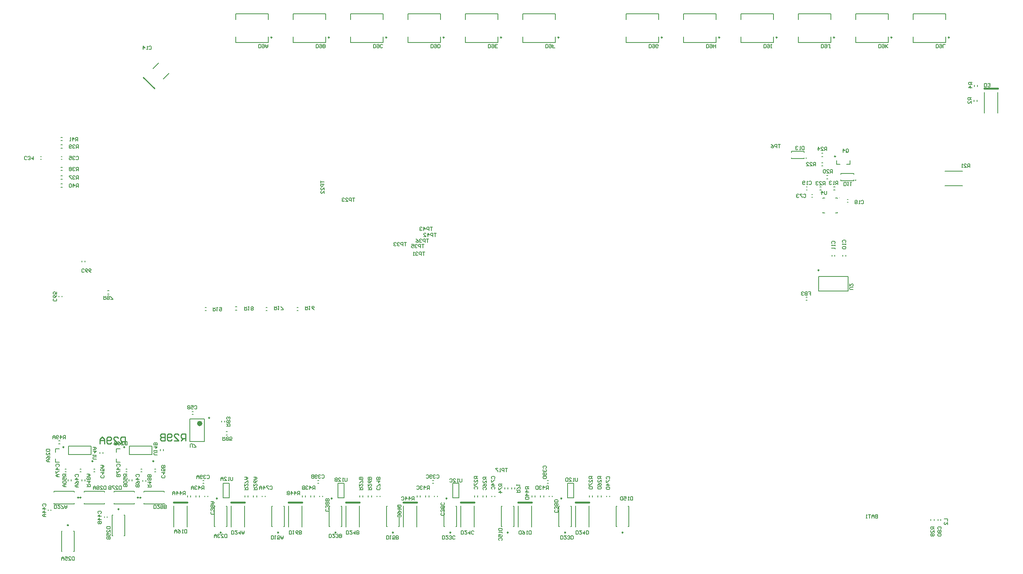
<source format=gbr>
%TF.GenerationSoftware,Altium Limited,Altium Designer,22.3.1 (43)*%
G04 Layer_Color=32896*
%FSLAX26Y26*%
%MOIN*%
%TF.SameCoordinates,3F82FC8C-418D-4BEB-B435-CE00796308AD*%
%TF.FilePolarity,Positive*%
%TF.FileFunction,Legend,Bot*%
%TF.Part,Single*%
G01*
G75*
%TA.AperFunction,NonConductor*%
%ADD177C,0.023622*%
%ADD178C,0.009842*%
%ADD179C,0.007874*%
%ADD180C,0.010000*%
%ADD181C,0.003937*%
%ADD182C,0.005000*%
%ADD228C,0.015748*%
D177*
X2679683Y2233467D02*
G03*
X2679683Y2233467I-11811J0D01*
G01*
D178*
X2755471Y2282876D02*
G03*
X2755471Y2282876I-4921J0D01*
G01*
X2821260Y1581102D02*
G03*
X2821260Y1581102I-4921J0D01*
G01*
X3354921Y1284252D02*
G03*
X3354921Y1284252I-4921J0D01*
G01*
X3821260Y1581102D02*
G03*
X3821260Y1581102I-4921J0D01*
G01*
X4354921Y1284252D02*
G03*
X4354921Y1284252I-4921J0D01*
G01*
X4821260Y1581102D02*
G03*
X4821260Y1581102I-4921J0D01*
G01*
X5354921Y1284252D02*
G03*
X5354921Y1284252I-4921J0D01*
G01*
X5821260Y1581102D02*
G03*
X5821260Y1581102I-4921J0D01*
G01*
X6354921Y1284252D02*
G03*
X6354921Y1284252I-4921J0D01*
G01*
X8205780Y4559033D02*
G03*
X8205780Y4559033I-4921J0D01*
G01*
X9197244Y5594291D02*
G03*
X9197244Y5594291I-4921J0D01*
G01*
X8697244D02*
G03*
X8697244Y5594291I-4921J0D01*
G01*
X8197244D02*
G03*
X8197244Y5594291I-4921J0D01*
G01*
X7697244D02*
G03*
X7697244Y5594291I-4921J0D01*
G01*
X7197244D02*
G03*
X7197244Y5594291I-4921J0D01*
G01*
X6697244D02*
G03*
X6697244Y5594291I-4921J0D01*
G01*
X5797244D02*
G03*
X5797244Y5594291I-4921J0D01*
G01*
X5297244D02*
G03*
X5297244Y5594291I-4921J0D01*
G01*
X4797244D02*
G03*
X4797244Y5594291I-4921J0D01*
G01*
X4297244D02*
G03*
X4297244Y5594291I-4921J0D01*
G01*
X3797244D02*
G03*
X3797244Y5594291I-4921J0D01*
G01*
X3297244D02*
G03*
X3297244Y5594291I-4921J0D01*
G01*
X8062025Y3567928D02*
G03*
X8062025Y3567928I-4921J0D01*
G01*
X2268386Y1905512D02*
G03*
X2268386Y1905512I-4921J0D01*
G01*
X2134173Y1589153D02*
G03*
X2134173Y1589153I-4921J0D01*
G01*
X2156075Y1588252D02*
G03*
X2156075Y1588252I-4921J0D01*
G01*
X2015276Y2028228D02*
G03*
X2015276Y2028228I-4921J0D01*
G01*
X1964685Y1487599D02*
G03*
X1964685Y1487599I-4921J0D01*
G01*
X1738386Y1905512D02*
G03*
X1738386Y1905512I-4921J0D01*
G01*
X1485276Y2028228D02*
G03*
X1485276Y2028228I-4921J0D01*
G01*
X1633465Y1589153D02*
G03*
X1633465Y1589153I-4921J0D01*
G01*
X1614173D02*
G03*
X1614173Y1589153I-4921J0D01*
G01*
X2854921Y1284252D02*
G03*
X2854921Y1284252I-4921J0D01*
G01*
X3854921D02*
G03*
X3854921Y1284252I-4921J0D01*
G01*
X4854921D02*
G03*
X4854921Y1284252I-4921J0D01*
G01*
X5854921D02*
G03*
X5854921Y1284252I-4921J0D01*
G01*
X1524172Y1347835D02*
G03*
X1524172Y1347835I-4921J0D01*
G01*
D179*
X1824838Y1971811D02*
Y1983622D01*
X1797279Y1971811D02*
Y1983622D01*
X2352879Y1996799D02*
Y2008610D01*
X2325320Y1996799D02*
Y2008610D01*
X1865354Y3361063D02*
X1877165D01*
X1865354Y3388622D02*
X1877165D01*
X8223469Y4192970D02*
Y4197891D01*
Y4067970D02*
Y4072891D01*
X8093548Y4192970D02*
Y4197891D01*
Y4067970D02*
Y4072891D01*
X8204178Y4197891D02*
X8223469D01*
X8093548D02*
X8112839D01*
X8204178Y4067970D02*
X8223469D01*
X8093548D02*
X8112839D01*
X9097205Y1391063D02*
Y1398937D01*
X9122795Y1391063D02*
Y1398937D01*
X9036220Y1389094D02*
Y1400906D01*
X9063780Y1389094D02*
Y1400906D01*
X2581258Y2075987D02*
X2707242D01*
X2581258Y2272837D02*
X2707242D01*
X2581258Y2075987D02*
Y2272837D01*
X2707242Y2075987D02*
Y2272837D01*
X2561220Y1594094D02*
Y1605906D01*
X2588780Y1594094D02*
Y1605906D01*
X2873425Y1587008D02*
Y1712992D01*
X2926575Y1587008D02*
Y1712992D01*
X2873425Y1587008D02*
X2926575D01*
X2873425Y1712992D02*
X2926575D01*
X2940945Y1334449D02*
Y1515551D01*
X3059055Y1334449D02*
Y1515551D01*
X3163780Y1594094D02*
Y1605906D01*
X3136220Y1594094D02*
Y1605906D01*
X3237795Y1596063D02*
Y1603937D01*
X3212205Y1596063D02*
Y1603937D01*
X3405118Y1336417D02*
Y1513583D01*
X3294882Y1336417D02*
Y1513583D01*
X3399213Y1336417D02*
X3405118D01*
X3399213Y1513583D02*
X3405118D01*
X3294882Y1336417D02*
X3300787D01*
X3294882Y1513583D02*
X3300787D01*
X3561220Y1594094D02*
Y1605906D01*
X3588780Y1594094D02*
Y1605906D01*
X3940945Y1334449D02*
Y1515551D01*
X4059055Y1334449D02*
Y1515551D01*
X3873425Y1587008D02*
Y1712992D01*
X3926575Y1587008D02*
Y1712992D01*
X3873425Y1587008D02*
X3926575D01*
X3873425Y1712992D02*
X3926575D01*
X4163780Y1594094D02*
Y1605906D01*
X4136221Y1594094D02*
Y1605906D01*
X4237795Y1596063D02*
Y1603937D01*
X4212205Y1596063D02*
Y1603937D01*
X4405118Y1336417D02*
Y1513583D01*
X4294882Y1336417D02*
Y1513583D01*
X4399213Y1336417D02*
X4405118D01*
X4399213Y1513583D02*
X4405118D01*
X4294882Y1336417D02*
X4300787D01*
X4294882Y1513583D02*
X4300787D01*
X4561220Y1594094D02*
Y1605906D01*
X4588779Y1594094D02*
Y1605906D01*
X4940945Y1334449D02*
Y1515551D01*
X5059055Y1334449D02*
Y1515551D01*
X4873425Y1587008D02*
Y1712992D01*
X4926575Y1587008D02*
Y1712992D01*
X4873425Y1587008D02*
X4926575D01*
X4873425Y1712992D02*
X4926575D01*
X5163780Y1594094D02*
Y1605906D01*
X5136221Y1594094D02*
Y1605906D01*
X5237795Y1596063D02*
Y1603937D01*
X5212205Y1596063D02*
Y1603937D01*
X5405118Y1336417D02*
Y1513583D01*
X5294882Y1336417D02*
Y1513583D01*
X5399213Y1336417D02*
X5405118D01*
X5399213Y1513583D02*
X5405118D01*
X5294882Y1336417D02*
X5300787D01*
X5294882Y1513583D02*
X5300787D01*
X5561220Y1594094D02*
Y1605906D01*
X5588779Y1594094D02*
Y1605906D01*
X5873425Y1587008D02*
Y1712992D01*
X5926575Y1587008D02*
Y1712992D01*
X5873425Y1587008D02*
X5926575D01*
X5873425Y1712992D02*
X5926575D01*
X5940945Y1334449D02*
Y1515551D01*
X6059055Y1334449D02*
Y1515551D01*
X6163780Y1594094D02*
Y1605906D01*
X6136221Y1594094D02*
Y1605906D01*
X6237795Y1596063D02*
Y1603937D01*
X6212205Y1596063D02*
Y1603937D01*
X6405118Y1336417D02*
Y1513583D01*
X6294882Y1336417D02*
Y1513583D01*
X6399213Y1336417D02*
X6405118D01*
X6399213Y1513583D02*
X6405118D01*
X6294882Y1336417D02*
X6300787D01*
X6294882Y1513583D02*
X6300787D01*
X8308818Y4158521D02*
X8316692D01*
X8308818Y4184112D02*
X8316692D01*
X8189094Y4266221D02*
X8200906D01*
X8189094Y4293780D02*
X8200906D01*
X8253301Y4347268D02*
Y4355142D01*
Y4347268D02*
X8363538D01*
Y4355142D01*
Y4402386D02*
Y4410260D01*
X8253301D02*
X8363538D01*
X8253301Y4402386D02*
Y4410260D01*
X7822041Y4539772D02*
Y4547646D01*
Y4539772D02*
X7932277D01*
Y4547646D01*
Y4594890D02*
Y4602764D01*
X7822041D02*
X7932277D01*
X7822041Y4594890D02*
Y4602764D01*
X8083514Y4504899D02*
X8095325D01*
X8083514Y4477340D02*
X8095325D01*
X8128074Y4392539D02*
X8139885D01*
X8128074Y4364980D02*
X8139885D01*
X8083511Y4558231D02*
X8095322D01*
X8083511Y4585790D02*
X8095322D01*
X8301646Y4491120D02*
X8333142D01*
Y4522616D01*
X8215032Y4491120D02*
X8246528D01*
X8215032D02*
Y4522616D01*
X8883268Y5550984D02*
X9166732D01*
X8883268Y5799016D02*
X9166732D01*
X8883268Y5550984D02*
Y5600197D01*
X9166732Y5550984D02*
Y5600197D01*
X8883268Y5749803D02*
Y5799016D01*
X9166732Y5749803D02*
Y5799016D01*
X8383268Y5550984D02*
X8666732D01*
X8383268Y5799016D02*
X8666732D01*
X8383268Y5550984D02*
Y5600197D01*
X8666732Y5550984D02*
Y5600197D01*
X8383268Y5749803D02*
Y5799016D01*
X8666732Y5749803D02*
Y5799016D01*
X7883268Y5550984D02*
X8166732D01*
X7883268Y5799016D02*
X8166732D01*
X7883268Y5550984D02*
Y5600197D01*
X8166732Y5550984D02*
Y5600197D01*
X7883268Y5749803D02*
Y5799016D01*
X8166732Y5749803D02*
Y5799016D01*
X7383268Y5550984D02*
X7666732D01*
X7383268Y5799016D02*
X7666732D01*
X7383268Y5550984D02*
Y5600197D01*
X7666732Y5550984D02*
Y5600197D01*
X7383268Y5749803D02*
Y5799016D01*
X7666732Y5749803D02*
Y5799016D01*
X6883268Y5550984D02*
X7166732D01*
X6883268Y5799016D02*
X7166732D01*
X6883268Y5550984D02*
Y5600197D01*
X7166732Y5550984D02*
Y5600197D01*
X6883268Y5749803D02*
Y5799016D01*
X7166732Y5749803D02*
Y5799016D01*
X6383268Y5550984D02*
X6666732D01*
X6383268Y5799016D02*
X6666732D01*
X6383268Y5550984D02*
Y5600197D01*
X6666732Y5550984D02*
Y5600197D01*
X6383268Y5749803D02*
Y5799016D01*
X6666732Y5749803D02*
Y5799016D01*
X5483268Y5550984D02*
X5766732D01*
X5483268Y5799016D02*
X5766732D01*
X5483268Y5550984D02*
Y5600197D01*
X5766732Y5550984D02*
Y5600197D01*
X5483268Y5749803D02*
Y5799016D01*
X5766732Y5749803D02*
Y5799016D01*
X4983268Y5550984D02*
X5266732D01*
X4983268Y5799016D02*
X5266732D01*
X4983268Y5550984D02*
Y5600197D01*
X5266732Y5550984D02*
Y5600197D01*
X4983268Y5749803D02*
Y5799016D01*
X5266732Y5749803D02*
Y5799016D01*
X4483268Y5550984D02*
X4766732D01*
X4483268Y5799016D02*
X4766732D01*
X4483268Y5550984D02*
Y5600197D01*
X4766732Y5550984D02*
Y5600197D01*
X4483268Y5749803D02*
Y5799016D01*
X4766732Y5749803D02*
Y5799016D01*
X3983268Y5550984D02*
X4266732D01*
X3983268Y5799016D02*
X4266732D01*
X3983268Y5550984D02*
Y5600197D01*
X4266732Y5550984D02*
Y5600197D01*
X3983268Y5749803D02*
Y5799016D01*
X4266732Y5749803D02*
Y5799016D01*
X3483268Y5550984D02*
X3766732D01*
X3483268Y5799016D02*
X3766732D01*
X3483268Y5550984D02*
Y5600197D01*
X3766732Y5550984D02*
Y5600197D01*
X3483268Y5749803D02*
Y5799016D01*
X3766732Y5749803D02*
Y5799016D01*
X2983268Y5550984D02*
X3266732D01*
X2983268Y5799016D02*
X3266732D01*
X2983268Y5550984D02*
Y5600197D01*
X3266732Y5550984D02*
Y5600197D01*
X2983268Y5749803D02*
Y5799016D01*
X3266732Y5749803D02*
Y5799016D01*
X8069134Y4266221D02*
X8080945D01*
X8069134Y4293780D02*
X8080945D01*
X7951520Y4292794D02*
X7959394D01*
X7951520Y4267203D02*
X7959394D01*
X7998425Y4202502D02*
X8006299D01*
X7998425Y4228092D02*
X8006299D01*
X2156063Y1812205D02*
X2163937D01*
X2156063Y1837795D02*
X2163937D01*
X8269230Y3690881D02*
Y3698755D01*
X8294821Y3690881D02*
Y3698755D01*
X8174230Y3690881D02*
Y3698755D01*
X8199821Y3690881D02*
Y3698755D01*
X8315962Y3386825D02*
Y3512810D01*
X8058088Y3386825D02*
Y3512810D01*
Y3386825D02*
X8315962D01*
X8058088Y3512810D02*
X8315962D01*
X7949080Y3307205D02*
X7956954D01*
X7949080Y3332795D02*
X7956954D01*
X9159749Y4304465D02*
X9313292D01*
X9159749Y4428481D02*
X9313292D01*
X9443132Y5167798D02*
Y5179609D01*
X9415573Y5167798D02*
Y5179609D01*
X2858816Y2245436D02*
Y2257247D01*
X2886375Y2245436D02*
Y2257247D01*
X2056575Y1964567D02*
Y2035433D01*
X2253425Y1964567D02*
Y2035433D01*
X2056575D02*
X2253425D01*
X2056575Y1964567D02*
X2253425D01*
X2051220Y1734094D02*
Y1745906D01*
X2078780Y1734094D02*
Y1745906D01*
X2171220Y1729094D02*
Y1740906D01*
X2198780Y1729094D02*
Y1740906D01*
X2358583Y1638365D02*
Y1644271D01*
X2181417Y1638365D02*
Y1644271D01*
X2358583Y1534035D02*
Y1539940D01*
X2181417Y1534035D02*
Y1539940D01*
Y1644271D02*
X2358583D01*
X2181417Y1534035D02*
X2358583D01*
X1921823Y1533134D02*
Y1539040D01*
X2098988Y1533134D02*
Y1539040D01*
X1921823Y1637465D02*
Y1643370D01*
X2098988Y1637465D02*
Y1643370D01*
X1921823Y1533134D02*
X2098988D01*
X1921823Y1643370D02*
X2098988D01*
X1942441Y1895945D02*
Y1927441D01*
Y1895945D02*
X1973937D01*
X1942441Y1982559D02*
Y2014055D01*
X1973937D01*
X2008976Y1258268D02*
X2014882D01*
X2008976Y1435433D02*
X2014882D01*
X1904646Y1258268D02*
X1910551D01*
X1904646Y1435433D02*
X1910551D01*
X2014882Y1258268D02*
Y1435433D01*
X1904646Y1258268D02*
Y1435433D01*
X2026063Y1837795D02*
X2033937D01*
X2026063Y1812205D02*
X2033937D01*
X2276063Y1837795D02*
X2283937D01*
X2276063Y1812205D02*
X2283937D01*
X1862795Y1416063D02*
Y1423937D01*
X1837205Y1416063D02*
Y1423937D01*
X1526575Y1964567D02*
Y2035433D01*
X1723425Y1964567D02*
Y2035433D01*
X1526575D02*
X1723425D01*
X1526575Y1964567D02*
X1723425D01*
X1496063Y1837795D02*
X1503937D01*
X1496063Y1812205D02*
X1503937D01*
X1746063Y1837795D02*
X1753937D01*
X1746063Y1812205D02*
X1753937D01*
X1626063Y1837795D02*
X1633937D01*
X1626063Y1812205D02*
X1633937D01*
X1412441Y1895945D02*
Y1927441D01*
Y1895945D02*
X1443937D01*
X1412441Y1982559D02*
Y2014055D01*
X1443937D01*
X1641289Y1734094D02*
Y1745906D01*
X1668848Y1734094D02*
Y1745906D01*
X1521220Y1734094D02*
Y1745906D01*
X1548780Y1734094D02*
Y1745906D01*
X1439094Y2056220D02*
X1450906D01*
X1439094Y2083780D02*
X1450906D01*
X1399213Y1534035D02*
Y1539940D01*
X1576378Y1534035D02*
Y1539940D01*
X1399213Y1638365D02*
Y1644271D01*
X1576378Y1638365D02*
Y1644271D01*
X1399213Y1534035D02*
X1576378D01*
X1399213Y1644271D02*
X1576378D01*
X1838583Y1638365D02*
Y1644271D01*
X1661417Y1638365D02*
Y1644271D01*
X1838583Y1534035D02*
Y1539940D01*
X1661417Y1534035D02*
Y1539940D01*
Y1644271D02*
X1838583D01*
X1661417Y1534035D02*
X1838583D01*
X2559055Y1334449D02*
Y1515551D01*
X2440945Y1334449D02*
Y1515551D01*
X2794882Y1513583D02*
X2800787D01*
X2794882Y1336417D02*
X2800787D01*
X2899213Y1513583D02*
X2905118D01*
X2899213Y1336417D02*
X2905118D01*
X2794882D02*
Y1513583D01*
X2905118Y1336417D02*
Y1513583D01*
X3088780Y1594094D02*
Y1605906D01*
X3061220Y1594094D02*
Y1605906D01*
X2712205Y1596063D02*
Y1603937D01*
X2737795Y1596063D02*
Y1603937D01*
X2636220Y1594094D02*
Y1605906D01*
X2663780Y1594094D02*
Y1605906D01*
X3559055Y1334449D02*
Y1515551D01*
X3440945Y1334449D02*
Y1515551D01*
X3794882Y1513583D02*
X3800787D01*
X3794882Y1336417D02*
X3800787D01*
X3899213Y1513583D02*
X3905118D01*
X3899213Y1336417D02*
X3905118D01*
X3794882D02*
Y1513583D01*
X3905118Y1336417D02*
Y1513583D01*
X4088780Y1594094D02*
Y1605906D01*
X4061220Y1594094D02*
Y1605906D01*
X3712205Y1596063D02*
Y1603937D01*
X3737795Y1596063D02*
Y1603937D01*
X3636220Y1594094D02*
Y1605906D01*
X3663780Y1594094D02*
Y1605906D01*
X2696063Y1737795D02*
X2703937D01*
X2696063Y1712205D02*
X2703937D01*
X3696063Y1737795D02*
X3703937D01*
X3696063Y1712205D02*
X3703937D01*
X4559055Y1334449D02*
Y1515551D01*
X4440945Y1334449D02*
Y1515551D01*
X4794882Y1513583D02*
X4800787D01*
X4794882Y1336417D02*
X4800787D01*
X4899213Y1513583D02*
X4905118D01*
X4899213Y1336417D02*
X4905118D01*
X4794882D02*
Y1513583D01*
X4905118Y1336417D02*
Y1513583D01*
X4712205Y1596063D02*
Y1603937D01*
X4737795Y1596063D02*
Y1603937D01*
X4636221Y1594094D02*
Y1605906D01*
X4663780Y1594094D02*
Y1605906D01*
X5559055Y1334449D02*
Y1515551D01*
X5440945Y1334449D02*
Y1515551D01*
X5794882Y1513583D02*
X5800787D01*
X5794882Y1336417D02*
X5800787D01*
X5899213Y1513583D02*
X5905118D01*
X5899213Y1336417D02*
X5905118D01*
X5794882D02*
Y1513583D01*
X5905118Y1336417D02*
Y1513583D01*
X5088779Y1594094D02*
Y1605906D01*
X5061220Y1594094D02*
Y1605906D01*
X5636221Y1594094D02*
Y1605906D01*
X5663780Y1594094D02*
Y1605906D01*
X5712205Y1596063D02*
Y1603937D01*
X5737795Y1596063D02*
Y1603937D01*
X4696063Y1737795D02*
X4703937D01*
X4696063Y1712205D02*
X4703937D01*
X6088779Y1594094D02*
Y1605906D01*
X6061220Y1594094D02*
Y1605906D01*
X5696063Y1737795D02*
X5703937D01*
X5696063Y1712205D02*
X5703937D01*
X2351949Y5234422D02*
X2402059Y5284532D01*
X2261472Y5324899D02*
X2311582Y5375009D01*
X9619978Y4935198D02*
Y5116300D01*
X9501868Y4935198D02*
Y5116300D01*
X2898190Y2162519D02*
X2910001D01*
X2898190Y2134960D02*
X2910001D01*
X5352756Y1663780D02*
Y1675591D01*
X5325197Y1663780D02*
Y1675591D01*
X5384719Y1663785D02*
Y1675596D01*
X5412278Y1663785D02*
Y1675596D01*
X2603150Y2338347D02*
X2611024D01*
X2603150Y2312756D02*
X2611024D01*
X9438133Y5037105D02*
Y5048916D01*
X9410574Y5037105D02*
Y5048916D01*
X3244094Y3243780D02*
X3255905D01*
X3244094Y3216220D02*
X3255905D01*
X2979094Y3248780D02*
X2990905D01*
X2979094Y3221220D02*
X2990905D01*
X2714094Y3216220D02*
X2725905D01*
X2714094Y3243780D02*
X2725905D01*
X3514094D02*
X3525905D01*
X3514094Y3216220D02*
X3525905D01*
X1464133Y1118504D02*
Y1295669D01*
X1574369Y1118504D02*
Y1295669D01*
X1464133D02*
X1470038D01*
X1464133Y1118504D02*
X1470038D01*
X1568463Y1295669D02*
X1574369D01*
X1568463Y1118504D02*
X1574369D01*
X1372795Y1476063D02*
Y1483937D01*
X1347205Y1476063D02*
Y1483937D01*
X1459094Y4291220D02*
X1470906D01*
X1459094Y4318779D02*
X1470906D01*
X1459094Y4361220D02*
X1470906D01*
X1459094Y4388779D02*
X1470906D01*
X1459094Y4631220D02*
X1470906D01*
X1459094Y4658779D02*
X1470906D01*
X1459094Y4436220D02*
X1470906D01*
X1459094Y4463779D02*
X1470906D01*
X1459094Y4696220D02*
X1470906D01*
X1459094Y4723779D02*
X1470906D01*
X1461063Y4557795D02*
X1468937D01*
X1461063Y4532205D02*
X1468937D01*
X1281063Y4557795D02*
X1288937D01*
X1281063Y4532205D02*
X1288937D01*
X1467795Y3336063D02*
Y3343937D01*
X1442205Y3336063D02*
Y3343937D01*
X1642205Y3641063D02*
Y3648937D01*
X1667795Y3641063D02*
Y3648937D01*
D180*
X8381254Y4351205D02*
G03*
X8381254Y4351205I-1968J0D01*
G01*
X7949994Y4543709D02*
G03*
X7949994Y4543709I-1968J0D01*
G01*
X2176202Y5248147D02*
X2275197Y5149152D01*
X2545000Y2083000D02*
Y2142981D01*
X2515010D01*
X2505013Y2132984D01*
Y2112990D01*
X2515010Y2102994D01*
X2545000D01*
X2525006D02*
X2505013Y2083000D01*
X2445032D02*
X2485019D01*
X2445032Y2122987D01*
Y2132984D01*
X2455029Y2142981D01*
X2475023D01*
X2485019Y2132984D01*
X2425039Y2092997D02*
X2415042Y2083000D01*
X2395048D01*
X2385052Y2092997D01*
Y2132984D01*
X2395048Y2142981D01*
X2415042D01*
X2425039Y2132984D01*
Y2122987D01*
X2415042Y2112990D01*
X2385052D01*
X2365058Y2142981D02*
Y2083000D01*
X2335068D01*
X2325071Y2092997D01*
Y2102994D01*
X2335068Y2112990D01*
X2365058D01*
X2335068D01*
X2325071Y2122987D01*
Y2132984D01*
X2335068Y2142981D01*
X2365058D01*
X2017000Y2058000D02*
Y2117981D01*
X1987010D01*
X1977013Y2107984D01*
Y2087990D01*
X1987010Y2077994D01*
X2017000D01*
X1997006D02*
X1977013Y2058000D01*
X1917032D02*
X1957019D01*
X1917032Y2097987D01*
Y2107984D01*
X1927029Y2117981D01*
X1947023D01*
X1957019Y2107984D01*
X1897039Y2067997D02*
X1887042Y2058000D01*
X1867049D01*
X1857052Y2067997D01*
Y2107984D01*
X1867049Y2117981D01*
X1887042D01*
X1897039Y2107984D01*
Y2097987D01*
X1887042Y2087990D01*
X1857052D01*
X1837058Y2058000D02*
Y2097987D01*
X1817065Y2117981D01*
X1797071Y2097987D01*
Y2058000D01*
Y2087990D01*
X1837058D01*
D181*
X8241186Y4197891D02*
G03*
X8241186Y4197891I-1968J0D01*
G01*
D182*
X4693718Y3942999D02*
X4673725D01*
X4683722D01*
Y3913009D01*
X4663728D02*
Y3942999D01*
X4648733D01*
X4643735Y3938001D01*
Y3928004D01*
X4648733Y3923005D01*
X4663728D01*
X4618743Y3913009D02*
Y3942999D01*
X4633738Y3928004D01*
X4613744D01*
X4603748Y3938001D02*
X4598749Y3942999D01*
X4588752D01*
X4583754Y3938001D01*
Y3933002D01*
X4588752Y3928004D01*
X4593751D01*
X4588752D01*
X4583754Y3923005D01*
Y3918007D01*
X4588752Y3913009D01*
X4598749D01*
X4603748Y3918007D01*
X4730001Y3890766D02*
X4710007D01*
X4720004D01*
Y3860775D01*
X4700011D02*
Y3890766D01*
X4685016D01*
X4680017Y3885767D01*
Y3875771D01*
X4685016Y3870772D01*
X4700011D01*
X4655025Y3860775D02*
Y3890766D01*
X4670020Y3875771D01*
X4650027D01*
X4620037Y3860775D02*
X4640030D01*
X4620037Y3880769D01*
Y3885767D01*
X4625035Y3890766D01*
X4635032D01*
X4640030Y3885767D01*
X4663346Y3839995D02*
X4643353D01*
X4653350D01*
Y3810005D01*
X4633356D02*
Y3839995D01*
X4618361D01*
X4613363Y3834997D01*
Y3825000D01*
X4618361Y3820002D01*
X4633356D01*
X4603366Y3834997D02*
X4598367Y3839995D01*
X4588371D01*
X4583372Y3834997D01*
Y3829998D01*
X4588371Y3825000D01*
X4593369D01*
X4588371D01*
X4583372Y3820002D01*
Y3815003D01*
X4588371Y3810005D01*
X4598367D01*
X4603366Y3815003D01*
X4553382Y3839995D02*
X4563379Y3834997D01*
X4573376Y3825000D01*
Y3815003D01*
X4568377Y3810005D01*
X4558380D01*
X4553382Y3815003D01*
Y3820002D01*
X4558380Y3825000D01*
X4573376D01*
X4622291Y3792669D02*
X4602297D01*
X4612294D01*
Y3762679D01*
X4592301D02*
Y3792669D01*
X4577305D01*
X4572307Y3787671D01*
Y3777674D01*
X4577305Y3772676D01*
X4592301D01*
X4562310Y3787671D02*
X4557312Y3792669D01*
X4547315D01*
X4542317Y3787671D01*
Y3782672D01*
X4547315Y3777674D01*
X4552313D01*
X4547315D01*
X4542317Y3772676D01*
Y3767677D01*
X4547315Y3762679D01*
X4557312D01*
X4562310Y3767677D01*
X4512326Y3792669D02*
X4532320D01*
Y3777674D01*
X4522323Y3782672D01*
X4517325D01*
X4512326Y3777674D01*
Y3767677D01*
X4517325Y3762679D01*
X4527322D01*
X4532320Y3767677D01*
X4469376Y3809622D02*
X4449382D01*
X4459379D01*
Y3779632D01*
X4439385D02*
Y3809622D01*
X4424390D01*
X4419392Y3804624D01*
Y3794627D01*
X4424390Y3789629D01*
X4439385D01*
X4409395Y3804624D02*
X4404397Y3809622D01*
X4394400D01*
X4389401Y3804624D01*
Y3799625D01*
X4394400Y3794627D01*
X4399398D01*
X4394400D01*
X4389401Y3789629D01*
Y3784630D01*
X4394400Y3779632D01*
X4404397D01*
X4409395Y3784630D01*
X4379405Y3804624D02*
X4374406Y3809622D01*
X4364409D01*
X4359411Y3804624D01*
Y3799625D01*
X4364409Y3794627D01*
X4369408D01*
X4364409D01*
X4359411Y3789629D01*
Y3784630D01*
X4364409Y3779632D01*
X4374406D01*
X4379405Y3784630D01*
X4628152Y3726737D02*
X4608159D01*
X4618155D01*
Y3696746D01*
X4598162D02*
Y3726737D01*
X4583167D01*
X4578168Y3721738D01*
Y3711742D01*
X4583167Y3706743D01*
X4598162D01*
X4568172Y3721738D02*
X4563173Y3726737D01*
X4553176D01*
X4548178Y3721738D01*
Y3716740D01*
X4553176Y3711742D01*
X4558175D01*
X4553176D01*
X4548178Y3706743D01*
Y3701745D01*
X4553176Y3696746D01*
X4563173D01*
X4568172Y3701745D01*
X4538181Y3696746D02*
X4528185D01*
X4533183D01*
Y3726737D01*
X4538181Y3721738D01*
X9395353Y5203231D02*
X9365363D01*
Y5188236D01*
X9370361Y5183238D01*
X9380358D01*
X9385356Y5188236D01*
Y5203231D01*
Y5193235D02*
X9395353Y5183238D01*
Y5158246D02*
X9365363D01*
X9380358Y5173241D01*
Y5153248D01*
X5959470Y1758820D02*
Y1733829D01*
X5954472Y1728830D01*
X5944475D01*
X5939477Y1733829D01*
Y1758820D01*
X5929480Y1728830D02*
X5919483D01*
X5924481D01*
Y1758820D01*
X5929480Y1753822D01*
X5884494Y1728830D02*
X5904488D01*
X5884494Y1748824D01*
Y1753822D01*
X5889493Y1758820D01*
X5899490D01*
X5904488Y1753822D01*
X5874498Y1758820D02*
Y1728830D01*
X5859502D01*
X5854504Y1733829D01*
Y1753822D01*
X5859502Y1758820D01*
X5874498D01*
X4951696Y1752791D02*
Y1727799D01*
X4946697Y1722800D01*
X4936700D01*
X4931702Y1727799D01*
Y1752791D01*
X4921705Y1722800D02*
X4911708D01*
X4916707D01*
Y1752791D01*
X4921705Y1747792D01*
X4876720Y1722800D02*
X4896713D01*
X4876720Y1742794D01*
Y1747792D01*
X4881718Y1752791D01*
X4891715D01*
X4896713Y1747792D01*
X4846730D02*
X4851728Y1752791D01*
X4861725D01*
X4866723Y1747792D01*
Y1727799D01*
X4861725Y1722800D01*
X4851728D01*
X4846730Y1727799D01*
X3951122Y1758554D02*
Y1733562D01*
X3946124Y1728564D01*
X3936127D01*
X3931129Y1733562D01*
Y1758554D01*
X3921132Y1728564D02*
X3911135D01*
X3916133D01*
Y1758554D01*
X3921132Y1753556D01*
X3876146Y1728564D02*
X3896140D01*
X3876146Y1748557D01*
Y1753556D01*
X3881145Y1758554D01*
X3891142D01*
X3896140Y1753556D01*
X3866150Y1758554D02*
Y1728564D01*
X3851155D01*
X3846156Y1733562D01*
Y1738561D01*
X3851155Y1743559D01*
X3866150D01*
X3851155D01*
X3846156Y1748557D01*
Y1753556D01*
X3851155Y1758554D01*
X3866150D01*
X5533893Y1681994D02*
X5503902D01*
Y1666998D01*
X5508901Y1662000D01*
X5518897D01*
X5523896Y1666998D01*
Y1681994D01*
Y1671997D02*
X5533893Y1662000D01*
Y1637008D02*
X5503902D01*
X5518897Y1652003D01*
Y1632010D01*
X5533893Y1607018D02*
X5503902D01*
X5518897Y1622013D01*
Y1602020D01*
X5503902Y1592023D02*
X5533893D01*
Y1577027D01*
X5528894Y1572029D01*
X5508901D01*
X5503902Y1577027D01*
Y1592023D01*
X4535297Y1566107D02*
Y1596098D01*
X4520302D01*
X4515304Y1591099D01*
Y1581102D01*
X4520302Y1576104D01*
X4535297D01*
X4525301D02*
X4515304Y1566107D01*
X4490312D02*
Y1596098D01*
X4505307Y1581102D01*
X4485314D01*
X4460322Y1566107D02*
Y1596098D01*
X4475317Y1581102D01*
X4455323D01*
X4425333Y1591099D02*
X4430331Y1596098D01*
X4440328D01*
X4445326Y1591099D01*
Y1571106D01*
X4440328Y1566107D01*
X4430331D01*
X4425333Y1571106D01*
X3539982Y1612564D02*
Y1642554D01*
X3524987D01*
X3519989Y1637556D01*
Y1627559D01*
X3524987Y1622561D01*
X3539982D01*
X3529985D02*
X3519989Y1612564D01*
X3494997D02*
Y1642554D01*
X3509992Y1627559D01*
X3489998D01*
X3465006Y1612564D02*
Y1642554D01*
X3480002Y1627559D01*
X3460008D01*
X3450011Y1642554D02*
Y1612564D01*
X3435016D01*
X3430018Y1617562D01*
Y1622561D01*
X3435016Y1627559D01*
X3450011D01*
X3435016D01*
X3430018Y1632557D01*
Y1637556D01*
X3435016Y1642554D01*
X3450011D01*
X5704982Y1660601D02*
Y1690591D01*
X5689987D01*
X5684989Y1685593D01*
Y1675596D01*
X5689987Y1670598D01*
X5704982D01*
X5694985D02*
X5684989Y1660601D01*
X5659997D02*
Y1690591D01*
X5674992Y1675596D01*
X5654998D01*
X5645002Y1685593D02*
X5640003Y1690591D01*
X5630006D01*
X5625008Y1685593D01*
Y1680594D01*
X5630006Y1675596D01*
X5635005D01*
X5630006D01*
X5625008Y1670598D01*
Y1665599D01*
X5630006Y1660601D01*
X5640003D01*
X5645002Y1665599D01*
X5615011Y1690591D02*
Y1660601D01*
X5600016D01*
X5595018Y1665599D01*
Y1685593D01*
X5600016Y1690591D01*
X5615011D01*
X4668092Y1660601D02*
Y1690591D01*
X4653097D01*
X4648099Y1685593D01*
Y1675596D01*
X4653097Y1670598D01*
X4668092D01*
X4658096D02*
X4648099Y1660601D01*
X4623107D02*
Y1690591D01*
X4638102Y1675596D01*
X4618109D01*
X4608112Y1685593D02*
X4603113Y1690591D01*
X4593117D01*
X4588118Y1685593D01*
Y1680594D01*
X4593117Y1675596D01*
X4598115D01*
X4593117D01*
X4588118Y1670598D01*
Y1665599D01*
X4593117Y1660601D01*
X4603113D01*
X4608112Y1665599D01*
X4558128Y1685593D02*
X4563126Y1690591D01*
X4573123D01*
X4578121Y1685593D01*
Y1665599D01*
X4573123Y1660601D01*
X4563126D01*
X4558128Y1665599D01*
X3671084Y1659005D02*
Y1688995D01*
X3656089D01*
X3651091Y1683997D01*
Y1674000D01*
X3656089Y1669002D01*
X3671084D01*
X3661087D02*
X3651091Y1659005D01*
X3626099D02*
Y1688995D01*
X3641094Y1674000D01*
X3621100D01*
X3611104Y1683997D02*
X3606105Y1688995D01*
X3596108D01*
X3591110Y1683997D01*
Y1678998D01*
X3596108Y1674000D01*
X3601107D01*
X3596108D01*
X3591110Y1669002D01*
Y1664003D01*
X3596108Y1659005D01*
X3606105D01*
X3611104Y1664003D01*
X3581113Y1688995D02*
Y1659005D01*
X3566118D01*
X3561120Y1664003D01*
Y1669002D01*
X3566118Y1674000D01*
X3581113D01*
X3566118D01*
X3561120Y1678998D01*
Y1683997D01*
X3566118Y1688995D01*
X3581113D01*
X6089995Y1771822D02*
X6060005D01*
Y1756827D01*
X6065003Y1751829D01*
X6075000D01*
X6079998Y1756827D01*
Y1771822D01*
Y1761825D02*
X6089995Y1751829D01*
Y1721838D02*
Y1741832D01*
X6070002Y1721838D01*
X6065003D01*
X6060005Y1726837D01*
Y1736833D01*
X6065003Y1741832D01*
X6060005Y1711841D02*
Y1691848D01*
X6065003D01*
X6084997Y1711841D01*
X6089995D01*
X6060005Y1681851D02*
X6089995D01*
Y1666856D01*
X6084997Y1661858D01*
X6065003D01*
X6060005Y1666856D01*
Y1681851D01*
X5089995Y1771822D02*
X5060005D01*
Y1756827D01*
X5065003Y1751829D01*
X5075000D01*
X5079998Y1756827D01*
Y1771822D01*
Y1761825D02*
X5089995Y1751829D01*
Y1721838D02*
Y1741832D01*
X5070002Y1721838D01*
X5065003D01*
X5060005Y1726837D01*
Y1736833D01*
X5065003Y1741832D01*
X5060005Y1711841D02*
Y1691848D01*
X5065003D01*
X5084997Y1711841D01*
X5089995D01*
X5065003Y1661858D02*
X5060005Y1666856D01*
Y1676853D01*
X5065003Y1681851D01*
X5084997D01*
X5089995Y1676853D01*
Y1666856D01*
X5084997Y1661858D01*
X4058036Y1658010D02*
X4088027D01*
Y1673005D01*
X4083028Y1678004D01*
X4073032D01*
X4068033Y1673005D01*
Y1658010D01*
Y1668007D02*
X4058036Y1678004D01*
Y1707994D02*
Y1688000D01*
X4078030Y1707994D01*
X4083028D01*
X4088027Y1702995D01*
Y1692999D01*
X4083028Y1688000D01*
X4088027Y1717991D02*
Y1737984D01*
X4083028D01*
X4063035Y1717991D01*
X4058036D01*
X4088027Y1747981D02*
X4058036D01*
Y1762976D01*
X4063035Y1767974D01*
X4068033D01*
X4073032Y1762976D01*
Y1747981D01*
Y1762976D01*
X4078030Y1767974D01*
X4083028D01*
X4088027Y1762976D01*
Y1747981D01*
X6164995Y1772085D02*
X6135005D01*
Y1757089D01*
X6140003Y1752091D01*
X6150000D01*
X6154998Y1757089D01*
Y1772085D01*
Y1762088D02*
X6164995Y1752091D01*
Y1722101D02*
Y1742094D01*
X6145002Y1722101D01*
X6140003D01*
X6135005Y1727099D01*
Y1737096D01*
X6140003Y1742094D01*
X6135005Y1692111D02*
X6140003Y1702107D01*
X6150000Y1712104D01*
X6159997D01*
X6164995Y1707106D01*
Y1697109D01*
X6159997Y1692111D01*
X6154998D01*
X6150000Y1697109D01*
Y1712104D01*
X6135005Y1682114D02*
X6164995D01*
Y1667119D01*
X6159997Y1662120D01*
X6140003D01*
X6135005Y1667119D01*
Y1682114D01*
X5164995Y1767187D02*
X5135005D01*
Y1752192D01*
X5140003Y1747193D01*
X5150000D01*
X5154998Y1752192D01*
Y1767187D01*
Y1757190D02*
X5164995Y1747193D01*
Y1717203D02*
Y1737197D01*
X5145002Y1717203D01*
X5140003D01*
X5135005Y1722201D01*
Y1732198D01*
X5140003Y1737197D01*
X5135005Y1687213D02*
X5140003Y1697209D01*
X5150000Y1707206D01*
X5159997D01*
X5164995Y1702208D01*
Y1692211D01*
X5159997Y1687213D01*
X5154998D01*
X5150000Y1692211D01*
Y1707206D01*
X5140003Y1657223D02*
X5135005Y1662221D01*
Y1672218D01*
X5140003Y1677216D01*
X5159997D01*
X5164995Y1672218D01*
Y1662221D01*
X5159997Y1657223D01*
X4135005Y1658010D02*
X4164995D01*
Y1673005D01*
X4159997Y1678004D01*
X4150000D01*
X4145002Y1673005D01*
Y1658010D01*
Y1668007D02*
X4135005Y1678004D01*
Y1707994D02*
Y1688000D01*
X4154998Y1707994D01*
X4159997D01*
X4164995Y1702995D01*
Y1692999D01*
X4159997Y1688000D01*
X4164995Y1737984D02*
X4159997Y1727987D01*
X4150000Y1717991D01*
X4140003D01*
X4135005Y1722989D01*
Y1732986D01*
X4140003Y1737984D01*
X4145002D01*
X4150000Y1732986D01*
Y1717991D01*
X4164995Y1747981D02*
X4135005D01*
Y1762976D01*
X4140003Y1767974D01*
X4145002D01*
X4150000Y1762976D01*
Y1747981D01*
Y1762976D01*
X4154998Y1767974D01*
X4159997D01*
X4164995Y1762976D01*
Y1747981D01*
X5945018Y1269257D02*
Y1299247D01*
X5960013D01*
X5965011Y1294249D01*
Y1274255D01*
X5960013Y1269257D01*
X5945018D01*
X5995002Y1299247D02*
X5975008D01*
X5995002Y1279254D01*
Y1274255D01*
X5990003Y1269257D01*
X5980007D01*
X5975008Y1274255D01*
X6019994Y1299247D02*
Y1269257D01*
X6004998Y1284252D01*
X6024992D01*
X6034989Y1269257D02*
Y1299247D01*
X6049984D01*
X6054982Y1294249D01*
Y1274255D01*
X6049984Y1269257D01*
X6034989D01*
X4946593D02*
Y1299247D01*
X4961588D01*
X4966586Y1294249D01*
Y1274255D01*
X4961588Y1269257D01*
X4946593D01*
X4996576Y1299247D02*
X4976583D01*
X4996576Y1279254D01*
Y1274255D01*
X4991578Y1269257D01*
X4981581D01*
X4976583Y1274255D01*
X5021568Y1299247D02*
Y1269257D01*
X5006573Y1284252D01*
X5026567D01*
X5056557Y1274255D02*
X5051559Y1269257D01*
X5041562D01*
X5036564Y1274255D01*
Y1294249D01*
X5041562Y1299247D01*
X5051559D01*
X5056557Y1294249D01*
X3946593Y1269257D02*
Y1299247D01*
X3961588D01*
X3966586Y1294249D01*
Y1274255D01*
X3961588Y1269257D01*
X3946593D01*
X3996576Y1299247D02*
X3976583D01*
X3996576Y1279254D01*
Y1274255D01*
X3991578Y1269257D01*
X3981581D01*
X3976583Y1274255D01*
X4021568Y1299247D02*
Y1269257D01*
X4006573Y1284252D01*
X4026567D01*
X4036564Y1269257D02*
Y1299247D01*
X4051559D01*
X4056557Y1294249D01*
Y1289250D01*
X4051559Y1284252D01*
X4036564D01*
X4051559D01*
X4056557Y1279254D01*
Y1274255D01*
X4051559Y1269257D01*
X4036564D01*
X5810411Y1225816D02*
Y1255806D01*
X5825407D01*
X5830405Y1250808D01*
Y1230814D01*
X5825407Y1225816D01*
X5810411D01*
X5860395Y1255806D02*
X5840402D01*
X5860395Y1235812D01*
Y1230814D01*
X5855397Y1225816D01*
X5845400D01*
X5840402Y1230814D01*
X5870392D02*
X5875390Y1225816D01*
X5885387D01*
X5890385Y1230814D01*
Y1235812D01*
X5885387Y1240811D01*
X5880389D01*
X5885387D01*
X5890385Y1245809D01*
Y1250808D01*
X5885387Y1255806D01*
X5875390D01*
X5870392Y1250808D01*
X5900382Y1225816D02*
Y1255806D01*
X5915377D01*
X5920376Y1250808D01*
Y1230814D01*
X5915377Y1225816D01*
X5900382D01*
X4781162D02*
Y1255806D01*
X4796158D01*
X4801156Y1250808D01*
Y1230814D01*
X4796158Y1225816D01*
X4781162D01*
X4831146Y1255806D02*
X4811153D01*
X4831146Y1235812D01*
Y1230814D01*
X4826148Y1225816D01*
X4816151D01*
X4811153Y1230814D01*
X4841143D02*
X4846141Y1225816D01*
X4856138D01*
X4861136Y1230814D01*
Y1235812D01*
X4856138Y1240811D01*
X4851140D01*
X4856138D01*
X4861136Y1245809D01*
Y1250808D01*
X4856138Y1255806D01*
X4846141D01*
X4841143Y1250808D01*
X4891127Y1230814D02*
X4886128Y1225816D01*
X4876132D01*
X4871133Y1230814D01*
Y1250808D01*
X4876132Y1255806D01*
X4886128D01*
X4891127Y1250808D01*
X3795018Y1240811D02*
Y1270801D01*
X3810013D01*
X3815011Y1265803D01*
Y1245809D01*
X3810013Y1240811D01*
X3795018D01*
X3845002Y1270801D02*
X3825008D01*
X3845002Y1250808D01*
Y1245809D01*
X3840003Y1240811D01*
X3830006D01*
X3825008Y1245809D01*
X3854998D02*
X3859997Y1240811D01*
X3869994D01*
X3874992Y1245809D01*
Y1250808D01*
X3869994Y1255806D01*
X3864995D01*
X3869994D01*
X3874992Y1260804D01*
Y1265803D01*
X3869994Y1270801D01*
X3859997D01*
X3854998Y1265803D01*
X3884989Y1240811D02*
Y1270801D01*
X3899984D01*
X3904982Y1265803D01*
Y1260804D01*
X3899984Y1255806D01*
X3884989D01*
X3899984D01*
X3904982Y1250808D01*
Y1245809D01*
X3899984Y1240811D01*
X3884989D01*
X5554058Y1299247D02*
Y1269257D01*
X5539063D01*
X5534064Y1274255D01*
Y1294249D01*
X5539063Y1299247D01*
X5554058D01*
X5524068Y1269257D02*
X5514071D01*
X5519069D01*
Y1299247D01*
X5524068Y1294249D01*
X5479082Y1299247D02*
X5489079Y1294249D01*
X5499076Y1284252D01*
Y1274255D01*
X5494077Y1269257D01*
X5484080D01*
X5479082Y1274255D01*
Y1279254D01*
X5484080Y1284252D01*
X5499076D01*
X5469085Y1299247D02*
Y1269257D01*
X5454090D01*
X5449092Y1274255D01*
Y1294249D01*
X5454090Y1299247D01*
X5469085D01*
X4390862Y1524936D02*
X4420852D01*
Y1509941D01*
X4415854Y1504943D01*
X4395860D01*
X4390862Y1509941D01*
Y1524936D01*
X4420852Y1494946D02*
Y1484949D01*
Y1489948D01*
X4390862D01*
X4395860Y1494946D01*
X4390862Y1449961D02*
X4395860Y1459957D01*
X4405857Y1469954D01*
X4415854D01*
X4420852Y1464956D01*
Y1454959D01*
X4415854Y1449961D01*
X4410856D01*
X4405857Y1454959D01*
Y1469954D01*
X4395860Y1419970D02*
X4390862Y1424969D01*
Y1434966D01*
X4395860Y1439964D01*
X4415854D01*
X4420852Y1434966D01*
Y1424969D01*
X4415854Y1419970D01*
X3449092Y1269257D02*
Y1299247D01*
X3464087D01*
X3469085Y1294249D01*
Y1274255D01*
X3464087Y1269257D01*
X3449092D01*
X3479082Y1299247D02*
X3489079D01*
X3484081D01*
Y1269257D01*
X3479082Y1274255D01*
X3524068Y1269257D02*
X3514071Y1274255D01*
X3504074Y1284252D01*
Y1294249D01*
X3509072Y1299247D01*
X3519069D01*
X3524068Y1294249D01*
Y1289250D01*
X3519069Y1284252D01*
X3504074D01*
X3534064Y1269257D02*
Y1299247D01*
X3549059D01*
X3554058Y1294249D01*
Y1289250D01*
X3549059Y1284252D01*
X3534064D01*
X3549059D01*
X3554058Y1279254D01*
Y1274255D01*
X3549059Y1269257D01*
X3534064D01*
X6437483Y1596098D02*
Y1566107D01*
X6422488D01*
X6417489Y1571106D01*
Y1591099D01*
X6422488Y1596098D01*
X6437483D01*
X6407493Y1566107D02*
X6397496D01*
X6402494D01*
Y1596098D01*
X6407493Y1591099D01*
X6362507Y1596098D02*
X6382501D01*
Y1581102D01*
X6372504Y1586101D01*
X6367506D01*
X6362507Y1581102D01*
Y1571106D01*
X6367506Y1566107D01*
X6377502D01*
X6382501Y1571106D01*
X6352511Y1596098D02*
Y1566107D01*
X6337515D01*
X6332517Y1571106D01*
Y1591099D01*
X6337515Y1596098D01*
X6352511D01*
X5273491Y1321740D02*
X5303481D01*
Y1306745D01*
X5298483Y1301746D01*
X5278489D01*
X5273491Y1306745D01*
Y1321740D01*
X5303481Y1291750D02*
Y1281753D01*
Y1286751D01*
X5273491D01*
X5278489Y1291750D01*
X5273491Y1246764D02*
Y1266758D01*
X5288486D01*
X5283488Y1256761D01*
Y1251763D01*
X5288486Y1246764D01*
X5298483D01*
X5303481Y1251763D01*
Y1261759D01*
X5298483Y1266758D01*
X5278489Y1216774D02*
X5273491Y1221772D01*
Y1231769D01*
X5278489Y1236767D01*
X5298483D01*
X5303481Y1231769D01*
Y1221772D01*
X5298483Y1216774D01*
X4294210Y1225816D02*
Y1255806D01*
X4309205D01*
X4314203Y1250808D01*
Y1230814D01*
X4309205Y1225816D01*
X4294210D01*
X4324200Y1255806D02*
X4334197D01*
X4329198D01*
Y1225816D01*
X4324200Y1230814D01*
X4369185Y1225816D02*
X4349192D01*
Y1240811D01*
X4359189Y1235812D01*
X4364187D01*
X4369185Y1240811D01*
Y1250808D01*
X4364187Y1255806D01*
X4354190D01*
X4349192Y1250808D01*
X4379182Y1225816D02*
Y1255806D01*
X4394177D01*
X4399176Y1250808D01*
Y1245809D01*
X4394177Y1240811D01*
X4379182D01*
X4394177D01*
X4399176Y1235812D01*
Y1230814D01*
X4394177Y1225816D01*
X4379182D01*
X6215003Y1750467D02*
X6210005Y1755466D01*
Y1765463D01*
X6215003Y1770461D01*
X6234997D01*
X6239995Y1765463D01*
Y1755466D01*
X6234997Y1750467D01*
X6210005Y1740471D02*
Y1720477D01*
X6215003D01*
X6234997Y1740471D01*
X6239995D01*
Y1695485D02*
X6210005D01*
X6225000Y1710480D01*
Y1690487D01*
X6210005Y1680490D02*
X6239995D01*
Y1665495D01*
X6234997Y1660497D01*
X6215003D01*
X6210005Y1665495D01*
Y1680490D01*
X5215003Y1751829D02*
X5210005Y1756827D01*
Y1766824D01*
X5215003Y1771822D01*
X5234997D01*
X5239995Y1766824D01*
Y1756827D01*
X5234997Y1751829D01*
X5210005Y1741832D02*
Y1721838D01*
X5215003D01*
X5234997Y1741832D01*
X5239995D01*
Y1696846D02*
X5210005D01*
X5225000Y1711842D01*
Y1691848D01*
X5215003Y1661858D02*
X5210005Y1666856D01*
Y1676853D01*
X5215003Y1681851D01*
X5234997D01*
X5239995Y1676853D01*
Y1666856D01*
X5234997Y1661858D01*
X4234012Y1678004D02*
X4239011Y1673005D01*
Y1663008D01*
X4234012Y1658010D01*
X4214019D01*
X4209021Y1663008D01*
Y1673005D01*
X4214019Y1678004D01*
X4239011Y1688000D02*
Y1707994D01*
X4234012D01*
X4214019Y1688000D01*
X4209021D01*
Y1732986D02*
X4239011D01*
X4224016Y1717991D01*
Y1737984D01*
X4239011Y1747981D02*
X4209021D01*
Y1762976D01*
X4214019Y1767974D01*
X4219017D01*
X4224016Y1762976D01*
Y1747981D01*
Y1762976D01*
X4229014Y1767974D01*
X4234012D01*
X4239011Y1762976D01*
Y1747981D01*
X5662444Y1844989D02*
X5657446Y1849987D01*
Y1859984D01*
X5662444Y1864983D01*
X5682438D01*
X5687436Y1859984D01*
Y1849987D01*
X5682438Y1844989D01*
X5662444Y1834992D02*
X5657446Y1829994D01*
Y1819997D01*
X5662444Y1814999D01*
X5667443D01*
X5672441Y1819997D01*
Y1824995D01*
Y1819997D01*
X5677439Y1814999D01*
X5682438D01*
X5687436Y1819997D01*
Y1829994D01*
X5682438Y1834992D01*
Y1805002D02*
X5687436Y1800004D01*
Y1790007D01*
X5682438Y1785008D01*
X5662444D01*
X5657446Y1790007D01*
Y1800004D01*
X5662444Y1805002D01*
X5667443D01*
X5672441Y1800004D01*
Y1785008D01*
X5657446Y1775012D02*
X5687436D01*
Y1760016D01*
X5682438Y1755018D01*
X5662444D01*
X5657446Y1760016D01*
Y1775012D01*
X4731052Y1781819D02*
X4736050Y1786817D01*
X4746047D01*
X4751045Y1781819D01*
Y1761825D01*
X4746047Y1756827D01*
X4736050D01*
X4731052Y1761825D01*
X4721055Y1781819D02*
X4716056Y1786817D01*
X4706060D01*
X4701061Y1781819D01*
Y1776821D01*
X4706060Y1771822D01*
X4711058D01*
X4706060D01*
X4701061Y1766824D01*
Y1761825D01*
X4706060Y1756827D01*
X4716056D01*
X4721055Y1761825D01*
X4691065D02*
X4686066Y1756827D01*
X4676069D01*
X4671071Y1761825D01*
Y1781819D01*
X4676069Y1786817D01*
X4686066D01*
X4691065Y1781819D01*
Y1776821D01*
X4686066Y1771822D01*
X4671071D01*
X4641081Y1781819D02*
X4646079Y1786817D01*
X4656076D01*
X4661074Y1781819D01*
Y1761825D01*
X4656076Y1756827D01*
X4646079D01*
X4641081Y1761825D01*
X3731052Y1781819D02*
X3736050Y1786817D01*
X3746047D01*
X3751045Y1781819D01*
Y1761825D01*
X3746047Y1756827D01*
X3736050D01*
X3731052Y1761825D01*
X3721055Y1781819D02*
X3716057Y1786817D01*
X3706060D01*
X3701061Y1781819D01*
Y1776821D01*
X3706060Y1771822D01*
X3711058D01*
X3706060D01*
X3701061Y1766824D01*
Y1761825D01*
X3706060Y1756827D01*
X3716057D01*
X3721055Y1761825D01*
X3691065D02*
X3686066Y1756827D01*
X3676069D01*
X3671071Y1761825D01*
Y1781819D01*
X3676069Y1786817D01*
X3686066D01*
X3691065Y1781819D01*
Y1776821D01*
X3686066Y1771822D01*
X3671071D01*
X3661074Y1786817D02*
Y1756827D01*
X3646079D01*
X3641081Y1761825D01*
Y1766824D01*
X3646079Y1771822D01*
X3661074D01*
X3646079D01*
X3641081Y1776821D01*
Y1781819D01*
X3646079Y1786817D01*
X3661074D01*
X5784997Y1478594D02*
X5789995Y1473596D01*
Y1463599D01*
X5784997Y1458601D01*
X5765003D01*
X5760005Y1463599D01*
Y1473596D01*
X5765003Y1478594D01*
X5784997Y1488591D02*
X5789995Y1493589D01*
Y1503586D01*
X5784997Y1508584D01*
X5779998D01*
X5775000Y1503586D01*
Y1498588D01*
Y1503586D01*
X5770002Y1508584D01*
X5765003D01*
X5760005Y1503586D01*
Y1493589D01*
X5765003Y1488591D01*
X5784997Y1518581D02*
X5789995Y1523580D01*
Y1533576D01*
X5784997Y1538575D01*
X5779998D01*
X5775000Y1533576D01*
X5770002Y1538575D01*
X5765003D01*
X5760005Y1533576D01*
Y1523580D01*
X5765003Y1518581D01*
X5770002D01*
X5775000Y1523580D01*
X5779998Y1518581D01*
X5784997D01*
X5775000Y1523580D02*
Y1533576D01*
X5789995Y1548571D02*
X5760005D01*
Y1563567D01*
X5765003Y1568565D01*
X5784997D01*
X5789995Y1563567D01*
Y1548571D01*
X4793812Y1453988D02*
X4798810Y1448989D01*
Y1438993D01*
X4793812Y1433994D01*
X4773818D01*
X4768820Y1438993D01*
Y1448989D01*
X4773818Y1453988D01*
X4793812Y1463984D02*
X4798810Y1468983D01*
Y1478980D01*
X4793812Y1483978D01*
X4788814D01*
X4783815Y1478980D01*
Y1473981D01*
Y1478980D01*
X4778817Y1483978D01*
X4773818D01*
X4768820Y1478980D01*
Y1468983D01*
X4773818Y1463984D01*
X4793812Y1493975D02*
X4798810Y1498973D01*
Y1508970D01*
X4793812Y1513968D01*
X4788814D01*
X4783815Y1508970D01*
X4778817Y1513968D01*
X4773818D01*
X4768820Y1508970D01*
Y1498973D01*
X4773818Y1493975D01*
X4778817D01*
X4783815Y1498973D01*
X4788814Y1493975D01*
X4793812D01*
X4783815Y1498973D02*
Y1508970D01*
X4793812Y1543958D02*
X4798810Y1538960D01*
Y1528963D01*
X4793812Y1523965D01*
X4773818D01*
X4768820Y1528963D01*
Y1538960D01*
X4773818Y1543958D01*
X3789997Y1489948D02*
X3794995Y1484949D01*
Y1474953D01*
X3789997Y1469954D01*
X3770003D01*
X3765005Y1474953D01*
Y1484949D01*
X3770003Y1489948D01*
X3789997Y1499945D02*
X3794995Y1504943D01*
Y1514940D01*
X3789997Y1519938D01*
X3784999D01*
X3780000Y1514940D01*
Y1509941D01*
Y1514940D01*
X3775002Y1519938D01*
X3770003D01*
X3765005Y1514940D01*
Y1504943D01*
X3770003Y1499945D01*
X3789997Y1529935D02*
X3794995Y1534933D01*
Y1544930D01*
X3789997Y1549928D01*
X3784999D01*
X3780000Y1544930D01*
X3775002Y1549928D01*
X3770003D01*
X3765005Y1544930D01*
Y1534933D01*
X3770003Y1529935D01*
X3775002D01*
X3780000Y1534933D01*
X3784999Y1529935D01*
X3789997D01*
X3780000Y1534933D02*
Y1544930D01*
X3794995Y1559925D02*
X3765005D01*
Y1574920D01*
X3770003Y1579919D01*
X3775002D01*
X3780000Y1574920D01*
Y1559925D01*
Y1574920D01*
X3784999Y1579919D01*
X3789997D01*
X3794995Y1574920D01*
Y1559925D01*
X2955593Y1767298D02*
Y1742306D01*
X2950595Y1737308D01*
X2940598D01*
X2935600Y1742306D01*
Y1767298D01*
X2925603Y1737308D02*
X2915606D01*
X2920605D01*
Y1767298D01*
X2925603Y1762300D01*
X2880618Y1737308D02*
X2900611D01*
X2880618Y1757302D01*
Y1762300D01*
X2885616Y1767298D01*
X2895613D01*
X2900611Y1762300D01*
X2870621Y1737308D02*
Y1757302D01*
X2860624Y1767298D01*
X2850627Y1757302D01*
Y1737308D01*
Y1752303D01*
X2870621D01*
X2542892Y1612564D02*
Y1642554D01*
X2527897D01*
X2522899Y1637556D01*
Y1627559D01*
X2527897Y1622561D01*
X2542892D01*
X2532896D02*
X2522899Y1612564D01*
X2497907D02*
Y1642554D01*
X2512902Y1627559D01*
X2492909D01*
X2467917Y1612564D02*
Y1642554D01*
X2482912Y1627559D01*
X2462918D01*
X2452921Y1612564D02*
Y1632557D01*
X2442925Y1642554D01*
X2432928Y1632557D01*
Y1612564D01*
Y1627559D01*
X2452921D01*
X2704982Y1659005D02*
Y1688995D01*
X2689987D01*
X2684989Y1683997D01*
Y1674000D01*
X2689987Y1669002D01*
X2704982D01*
X2694985D02*
X2684989Y1659005D01*
X2659997D02*
Y1688995D01*
X2674992Y1674000D01*
X2654998D01*
X2645002Y1683997D02*
X2640003Y1688995D01*
X2630006D01*
X2625008Y1683997D01*
Y1678998D01*
X2630006Y1674000D01*
X2635005D01*
X2630006D01*
X2625008Y1669002D01*
Y1664003D01*
X2630006Y1659005D01*
X2640003D01*
X2645002Y1664003D01*
X2615011Y1659005D02*
Y1678998D01*
X2605015Y1688995D01*
X2595018Y1678998D01*
Y1659005D01*
Y1674000D01*
X2615011D01*
X3060005Y1658010D02*
X3089995D01*
Y1673005D01*
X3084997Y1678004D01*
X3075000D01*
X3070002Y1673005D01*
Y1658010D01*
Y1668007D02*
X3060005Y1678004D01*
Y1707994D02*
Y1688000D01*
X3079999Y1707994D01*
X3084997D01*
X3089995Y1702995D01*
Y1692999D01*
X3084997Y1688000D01*
X3089995Y1717991D02*
Y1737984D01*
X3084997D01*
X3065003Y1717991D01*
X3060005D01*
Y1747981D02*
X3079999D01*
X3089995Y1757978D01*
X3079999Y1767974D01*
X3060005D01*
X3075000D01*
Y1747981D01*
X3136973Y1658010D02*
X3166964D01*
Y1673005D01*
X3161965Y1678004D01*
X3151969D01*
X3146970Y1673005D01*
Y1658010D01*
Y1668007D02*
X3136973Y1678004D01*
Y1707994D02*
Y1688000D01*
X3156967Y1707994D01*
X3161965D01*
X3166964Y1702995D01*
Y1692999D01*
X3161965Y1688000D01*
X3166964Y1737984D02*
X3161965Y1727987D01*
X3151969Y1717991D01*
X3141972D01*
X3136973Y1722989D01*
Y1732986D01*
X3141972Y1737984D01*
X3146970D01*
X3151969Y1732986D01*
Y1717991D01*
X3136973Y1747981D02*
X3156967D01*
X3166964Y1757978D01*
X3156967Y1767974D01*
X3136973D01*
X3151969D01*
Y1747981D01*
X2946593Y1269257D02*
Y1299247D01*
X2961588D01*
X2966586Y1294249D01*
Y1274255D01*
X2961588Y1269257D01*
X2946593D01*
X2996576Y1299247D02*
X2976583D01*
X2996576Y1279254D01*
Y1274255D01*
X2991578Y1269257D01*
X2981581D01*
X2976583Y1274255D01*
X3021568Y1299247D02*
Y1269257D01*
X3006573Y1284252D01*
X3026567D01*
X3036564Y1299247D02*
Y1279254D01*
X3046560Y1269257D01*
X3056557Y1279254D01*
Y1299247D01*
Y1284252D01*
X3036564D01*
X2904982Y1270801D02*
Y1240811D01*
X2889987D01*
X2884989Y1245809D01*
Y1265803D01*
X2889987Y1270801D01*
X2904982D01*
X2854998Y1240811D02*
X2874992D01*
X2854998Y1260804D01*
Y1265803D01*
X2859997Y1270801D01*
X2869994D01*
X2874992Y1265803D01*
X2845002D02*
X2840003Y1270801D01*
X2830006D01*
X2825008Y1265803D01*
Y1260804D01*
X2830006Y1255806D01*
X2835005D01*
X2830006D01*
X2825008Y1250808D01*
Y1245809D01*
X2830006Y1240811D01*
X2840003D01*
X2845002Y1245809D01*
X2815011Y1240811D02*
Y1260804D01*
X2805015Y1270801D01*
X2795018Y1260804D01*
Y1240811D01*
Y1255806D01*
X2815011D01*
X2554058Y1310665D02*
Y1280674D01*
X2539063D01*
X2534064Y1285673D01*
Y1305666D01*
X2539063Y1310665D01*
X2554058D01*
X2524068Y1280674D02*
X2514071D01*
X2519069D01*
Y1310665D01*
X2524068Y1305666D01*
X2479082Y1310665D02*
X2489079Y1305666D01*
X2499076Y1295669D01*
Y1285673D01*
X2494077Y1280674D01*
X2484080D01*
X2479082Y1285673D01*
Y1290671D01*
X2484080Y1295669D01*
X2499076D01*
X2469085Y1280674D02*
Y1300668D01*
X2459088Y1310665D01*
X2449092Y1300668D01*
Y1280674D01*
Y1295669D01*
X2469085D01*
X3290863Y1225816D02*
Y1255806D01*
X3305858D01*
X3310857Y1250808D01*
Y1230814D01*
X3305858Y1225816D01*
X3290863D01*
X3320854Y1255806D02*
X3330850D01*
X3325852D01*
Y1225816D01*
X3320854Y1230814D01*
X3365839Y1225816D02*
X3345845D01*
Y1240811D01*
X3355842Y1235812D01*
X3360841D01*
X3365839Y1240811D01*
Y1250808D01*
X3360841Y1255806D01*
X3350844D01*
X3345845Y1250808D01*
X3375836Y1255806D02*
Y1235812D01*
X3385833Y1225816D01*
X3395829Y1235812D01*
Y1255806D01*
Y1240811D01*
X3375836D01*
X3279989Y1684997D02*
X3284987Y1689995D01*
X3294984D01*
X3299982Y1684997D01*
Y1665003D01*
X3294984Y1660005D01*
X3284987D01*
X3279989Y1665003D01*
X3269992Y1689995D02*
X3249998D01*
Y1684997D01*
X3269992Y1665003D01*
Y1660005D01*
X3225006D02*
Y1689995D01*
X3240002Y1675000D01*
X3220008D01*
X3210011Y1660005D02*
Y1679998D01*
X3200015Y1689995D01*
X3190018Y1679998D01*
Y1660005D01*
Y1675000D01*
X3210011D01*
X2731052Y1779524D02*
X2736050Y1784523D01*
X2746047D01*
X2751045Y1779524D01*
Y1759531D01*
X2746047Y1754533D01*
X2736050D01*
X2731052Y1759531D01*
X2721055Y1779524D02*
X2716057Y1784523D01*
X2706060D01*
X2701061Y1779524D01*
Y1774526D01*
X2706060Y1769528D01*
X2711058D01*
X2706060D01*
X2701061Y1764529D01*
Y1759531D01*
X2706060Y1754533D01*
X2716057D01*
X2721055Y1759531D01*
X2691065D02*
X2686066Y1754533D01*
X2676069D01*
X2671071Y1759531D01*
Y1779524D01*
X2676069Y1784523D01*
X2686066D01*
X2691065Y1779524D01*
Y1774526D01*
X2686066Y1769528D01*
X2671071D01*
X2661074Y1754533D02*
Y1774526D01*
X2651077Y1784523D01*
X2641081Y1774526D01*
Y1754533D01*
Y1769528D01*
X2661074D01*
X2788540Y1465011D02*
X2793538Y1460013D01*
Y1450016D01*
X2788540Y1445018D01*
X2768546D01*
X2763548Y1450016D01*
Y1460013D01*
X2768546Y1465011D01*
X2788540Y1475008D02*
X2793538Y1480006D01*
Y1490003D01*
X2788540Y1495002D01*
X2783542D01*
X2778543Y1490003D01*
Y1485005D01*
Y1490003D01*
X2773545Y1495002D01*
X2768546D01*
X2763548Y1490003D01*
Y1480006D01*
X2768546Y1475008D01*
X2788540Y1504998D02*
X2793538Y1509997D01*
Y1519994D01*
X2788540Y1524992D01*
X2783542D01*
X2778543Y1519994D01*
X2773545Y1524992D01*
X2768546D01*
X2763548Y1519994D01*
Y1509997D01*
X2768546Y1504998D01*
X2773545D01*
X2778543Y1509997D01*
X2783542Y1504998D01*
X2788540D01*
X2778543Y1509997D02*
Y1519994D01*
X2763548Y1534989D02*
X2783542D01*
X2793538Y1544985D01*
X2783542Y1554982D01*
X2763548D01*
X2778543D01*
Y1534989D01*
X2586032Y2028312D02*
Y2053304D01*
X2591030Y2058302D01*
X2601027D01*
X2606025Y2053304D01*
Y2028312D01*
X2616022D02*
X2636016D01*
Y2033310D01*
X2616022Y2053304D01*
Y2058302D01*
X7726050Y4663027D02*
X7706056D01*
X7716053D01*
Y4633036D01*
X7696060D02*
Y4663027D01*
X7681064D01*
X7676066Y4658028D01*
Y4648032D01*
X7681064Y4643033D01*
X7696060D01*
X7646076Y4663027D02*
X7656073Y4658028D01*
X7666069Y4648032D01*
Y4638035D01*
X7661071Y4633036D01*
X7651074D01*
X7646076Y4638035D01*
Y4643033D01*
X7651074Y4648032D01*
X7666069D01*
X5348713Y1844995D02*
X5328720D01*
X5338716D01*
Y1815005D01*
X5318723D02*
Y1844995D01*
X5303728D01*
X5298729Y1839997D01*
Y1830000D01*
X5303728Y1825002D01*
X5318723D01*
X5288733Y1815005D02*
X5278736D01*
X5283734D01*
Y1844995D01*
X5288733Y1839997D01*
X5263741Y1844995D02*
X5243747D01*
Y1839997D01*
X5263741Y1820003D01*
Y1815005D01*
X3722131Y4347954D02*
Y4327961D01*
Y4337957D01*
X3752121D01*
Y4317964D02*
X3722131D01*
Y4302968D01*
X3727129Y4297970D01*
X3737126D01*
X3742124Y4302968D01*
Y4317964D01*
X3752121Y4267980D02*
Y4287973D01*
X3732128Y4267980D01*
X3727129D01*
X3722131Y4272978D01*
Y4282975D01*
X3727129Y4287973D01*
X3752121Y4237990D02*
Y4257983D01*
X3732128Y4237990D01*
X3727129D01*
X3722131Y4242988D01*
Y4252985D01*
X3727129Y4257983D01*
X4016989Y4196118D02*
X3996996D01*
X4006992D01*
Y4166128D01*
X3986999D02*
Y4196118D01*
X3972004D01*
X3967006Y4191120D01*
Y4181123D01*
X3972004Y4176124D01*
X3986999D01*
X3937015Y4166128D02*
X3957009D01*
X3937015Y4186121D01*
Y4191120D01*
X3942014Y4196118D01*
X3952010D01*
X3957009Y4191120D01*
X3927018D02*
X3922020Y4196118D01*
X3912023D01*
X3907025Y4191120D01*
Y4186121D01*
X3912023Y4181123D01*
X3917022D01*
X3912023D01*
X3907025Y4176124D01*
Y4171126D01*
X3912023Y4166128D01*
X3922020D01*
X3927018Y4171126D01*
X9064797Y1334943D02*
X9034807D01*
Y1319947D01*
X9039805Y1314949D01*
X9049802D01*
X9054800Y1319947D01*
Y1334943D01*
Y1324946D02*
X9064797Y1314949D01*
Y1284959D02*
Y1304952D01*
X9044803Y1284959D01*
X9039805D01*
X9034807Y1289957D01*
Y1299954D01*
X9039805Y1304952D01*
Y1274962D02*
X9034807Y1269964D01*
Y1259967D01*
X9039805Y1254968D01*
X9044803D01*
X9049802Y1259967D01*
X9054800Y1254968D01*
X9059799D01*
X9064797Y1259967D01*
Y1269964D01*
X9059799Y1274962D01*
X9054800D01*
X9049802Y1269964D01*
X9044803Y1274962D01*
X9039805D01*
X9049802Y1269964D02*
Y1259967D01*
X9153172Y1403482D02*
X9183162D01*
Y1383489D01*
Y1353498D02*
Y1373492D01*
X9163168Y1353498D01*
X9158170D01*
X9153172Y1358497D01*
Y1368494D01*
X9158170Y1373492D01*
X9100776Y1314949D02*
X9095778Y1319947D01*
Y1329944D01*
X9100776Y1334943D01*
X9120770D01*
X9125768Y1329944D01*
Y1319947D01*
X9120770Y1314949D01*
X9100776Y1304952D02*
X9095778Y1299954D01*
Y1289957D01*
X9100776Y1284959D01*
X9105775D01*
X9110773Y1289957D01*
X9115772Y1284959D01*
X9120770D01*
X9125768Y1289957D01*
Y1299954D01*
X9120770Y1304952D01*
X9115772D01*
X9110773Y1299954D01*
X9105775Y1304952D01*
X9100776D01*
X9110773Y1299954D02*
Y1289957D01*
X9100776Y1274962D02*
X9095778Y1269964D01*
Y1259967D01*
X9100776Y1254968D01*
X9120770D01*
X9125768Y1259967D01*
Y1269964D01*
X9120770Y1274962D01*
X9100776D01*
X8130000Y4257990D02*
Y4232998D01*
X8125002Y4228000D01*
X8115005D01*
X8110007Y4232998D01*
Y4257990D01*
X8085015Y4228000D02*
Y4257990D01*
X8100010Y4242995D01*
X8080016D01*
X8179872Y4414408D02*
Y4444398D01*
X8164877D01*
X8159879Y4439400D01*
Y4429403D01*
X8164877Y4424405D01*
X8179872D01*
X8169875D02*
X8159879Y4414408D01*
X8129888D02*
X8149882D01*
X8129888Y4434401D01*
Y4439400D01*
X8134887Y4444398D01*
X8144883D01*
X8149882Y4439400D01*
X8119891D02*
X8114893Y4444398D01*
X8104896D01*
X8099898Y4439400D01*
Y4419406D01*
X8104896Y4414408D01*
X8114893D01*
X8119891Y4419406D01*
Y4439400D01*
X8114469Y4310334D02*
Y4340324D01*
X8099474D01*
X8094475Y4335325D01*
Y4325329D01*
X8099474Y4320330D01*
X8114469D01*
X8104472D02*
X8094475Y4310334D01*
X8064485D02*
X8084479D01*
X8064485Y4330327D01*
Y4335325D01*
X8069484Y4340324D01*
X8079480D01*
X8084479Y4335325D01*
X8054488D02*
X8049490Y4340324D01*
X8039493D01*
X8034495Y4335325D01*
Y4330327D01*
X8039493Y4325329D01*
X8044492D01*
X8039493D01*
X8034495Y4320330D01*
Y4315332D01*
X8039493Y4310334D01*
X8049490D01*
X8054488Y4315332D01*
X8030316Y4476125D02*
Y4506115D01*
X8015321D01*
X8010323Y4501117D01*
Y4491120D01*
X8015321Y4486121D01*
X8030316D01*
X8020319D02*
X8010323Y4476125D01*
X7980332D02*
X8000326D01*
X7980332Y4496118D01*
Y4501117D01*
X7985331Y4506115D01*
X7995327D01*
X8000326Y4501117D01*
X7950342Y4476125D02*
X7970335D01*
X7950342Y4496118D01*
Y4501117D01*
X7955340Y4506115D01*
X7965337D01*
X7970335Y4501117D01*
X8129353Y4609188D02*
Y4639178D01*
X8114357D01*
X8109359Y4634180D01*
Y4624183D01*
X8114357Y4619185D01*
X8129353D01*
X8119356D02*
X8109359Y4609188D01*
X8079369D02*
X8099362D01*
X8079369Y4629181D01*
Y4634180D01*
X8084367Y4639178D01*
X8094364D01*
X8099362Y4634180D01*
X8054377Y4609188D02*
Y4639178D01*
X8069372Y4624183D01*
X8049378D01*
X9374000Y4463000D02*
Y4492990D01*
X9359005D01*
X9354006Y4487992D01*
Y4477995D01*
X9359005Y4472997D01*
X9374000D01*
X9364003D02*
X9354006Y4463000D01*
X9324016D02*
X9344010D01*
X9324016Y4482993D01*
Y4487992D01*
X9329014Y4492990D01*
X9339011D01*
X9344010Y4487992D01*
X9314019Y4463000D02*
X9304023D01*
X9309021D01*
Y4492990D01*
X9314019Y4487992D01*
X8226639Y4314005D02*
Y4343995D01*
X8211644D01*
X8206646Y4338997D01*
Y4329000D01*
X8211644Y4324002D01*
X8226639D01*
X8216642D02*
X8206646Y4314005D01*
X8196649D02*
X8186652D01*
X8191650D01*
Y4343995D01*
X8196649Y4338997D01*
X8171657D02*
X8166658Y4343995D01*
X8156662D01*
X8151663Y4338997D01*
Y4333998D01*
X8156662Y4329000D01*
X8161660D01*
X8156662D01*
X8151663Y4324002D01*
Y4319003D01*
X8156662Y4314005D01*
X8166658D01*
X8171657Y4319003D01*
X8278999Y4303551D02*
Y4333542D01*
X8293994D01*
X8298992Y4328543D01*
Y4308550D01*
X8293994Y4303551D01*
X8278999D01*
X8308989Y4333542D02*
X8318986D01*
X8313987D01*
Y4303551D01*
X8308989Y4308550D01*
X8333981Y4333542D02*
X8343978D01*
X8338979D01*
Y4303551D01*
X8333981Y4308550D01*
X7932960Y4648032D02*
Y4618041D01*
X7917965D01*
X7912967Y4623040D01*
Y4643033D01*
X7917965Y4648032D01*
X7932960D01*
X7902970Y4618041D02*
X7892973D01*
X7897971D01*
Y4648032D01*
X7902970Y4643033D01*
X7877978D02*
X7872980Y4648032D01*
X7862983D01*
X7857984Y4643033D01*
Y4638035D01*
X7862983Y4633037D01*
X7867981D01*
X7862983D01*
X7857984Y4628038D01*
Y4623040D01*
X7862983Y4618041D01*
X7872980D01*
X7877978Y4623040D01*
X8428695Y4170543D02*
X8433693Y4175542D01*
X8443690D01*
X8448688Y4170543D01*
Y4150550D01*
X8443690Y4145551D01*
X8433693D01*
X8428695Y4150550D01*
X8418698Y4145551D02*
X8408701D01*
X8413699D01*
Y4175542D01*
X8418698Y4170543D01*
X8393706D02*
X8388708Y4175542D01*
X8378711D01*
X8373712Y4170543D01*
Y4165545D01*
X8378711Y4160546D01*
X8373712Y4155548D01*
Y4150550D01*
X8378711Y4145551D01*
X8388708D01*
X8393706Y4150550D01*
Y4155548D01*
X8388708Y4160546D01*
X8393706Y4165545D01*
Y4170543D01*
X8388708Y4160546D02*
X8378711D01*
X7974041Y4338997D02*
X7979039Y4343995D01*
X7989036D01*
X7994034Y4338997D01*
Y4319003D01*
X7989036Y4314005D01*
X7979039D01*
X7974041Y4319003D01*
X7964044Y4314005D02*
X7954047D01*
X7959046D01*
Y4343995D01*
X7964044Y4338997D01*
X7939052Y4319003D02*
X7934054Y4314005D01*
X7924057D01*
X7919059Y4319003D01*
Y4338997D01*
X7924057Y4343995D01*
X7934054D01*
X7939052Y4338997D01*
Y4333998D01*
X7934054Y4329000D01*
X7919059D01*
X7926640Y4225776D02*
X7931639Y4230774D01*
X7941635D01*
X7946634Y4225776D01*
Y4205782D01*
X7941635Y4200784D01*
X7931639D01*
X7926640Y4205782D01*
X7916644Y4230774D02*
X7896650D01*
Y4225776D01*
X7916644Y4205782D01*
Y4200784D01*
X7886653Y4225776D02*
X7881655Y4230774D01*
X7871658D01*
X7866660Y4225776D01*
Y4220777D01*
X7871658Y4215779D01*
X7876656D01*
X7871658D01*
X7866660Y4210781D01*
Y4205782D01*
X7871658Y4200784D01*
X7881655D01*
X7886653Y4205782D01*
X8298005Y4599998D02*
Y4619992D01*
X8303004Y4624990D01*
X8313000D01*
X8317999Y4619992D01*
Y4599998D01*
X8313000Y4595000D01*
X8303004D01*
X8308002Y4604997D02*
X8298005Y4595000D01*
X8303004D02*
X8298005Y4599998D01*
X8273013Y4595000D02*
Y4624990D01*
X8288008Y4609995D01*
X8268015D01*
X9080420Y5504702D02*
Y5534693D01*
X9095416D01*
X9100414Y5529694D01*
Y5509701D01*
X9095416Y5504702D01*
X9080420D01*
X9110411Y5529694D02*
X9115409Y5534693D01*
X9125406D01*
X9130404Y5529694D01*
Y5509701D01*
X9125406Y5504702D01*
X9115409D01*
X9110411Y5509701D01*
Y5514699D01*
X9115409Y5519698D01*
X9130404D01*
X9140401Y5504702D02*
Y5534693D01*
X9160395D01*
X8580420Y5504702D02*
Y5534693D01*
X8595416D01*
X8600414Y5529694D01*
Y5509701D01*
X8595416Y5504702D01*
X8580420D01*
X8610411Y5529694D02*
X8615409Y5534693D01*
X8625406D01*
X8630404Y5529694D01*
Y5509701D01*
X8625406Y5504702D01*
X8615409D01*
X8610411Y5509701D01*
Y5514699D01*
X8615409Y5519698D01*
X8630404D01*
X8640401Y5504702D02*
Y5534693D01*
Y5524696D01*
X8660395Y5504702D01*
X8645399Y5519698D01*
X8660395Y5534693D01*
X8080420Y5504702D02*
Y5534693D01*
X8095416D01*
X8100414Y5529694D01*
Y5509701D01*
X8095416Y5504702D01*
X8080420D01*
X8110411Y5529694D02*
X8115409Y5534693D01*
X8125406D01*
X8130404Y5529694D01*
Y5509701D01*
X8125406Y5504702D01*
X8115409D01*
X8110411Y5509701D01*
Y5514699D01*
X8115409Y5519698D01*
X8130404D01*
X8160395Y5504702D02*
X8150398D01*
X8155396D01*
Y5529694D01*
X8150398Y5534693D01*
X8145399D01*
X8140401Y5529694D01*
X7580420Y5504702D02*
Y5534693D01*
X7595416D01*
X7600414Y5529694D01*
Y5509701D01*
X7595416Y5504702D01*
X7580420D01*
X7610411Y5529694D02*
X7615409Y5534693D01*
X7625406D01*
X7630404Y5529694D01*
Y5509701D01*
X7625406Y5504702D01*
X7615409D01*
X7610411Y5509701D01*
Y5514699D01*
X7615409Y5519698D01*
X7630404D01*
X7640401Y5504702D02*
X7650398D01*
X7645399D01*
Y5534693D01*
X7640401D01*
X7650398D01*
X7080420Y5504702D02*
Y5534693D01*
X7095416D01*
X7100414Y5529694D01*
Y5509701D01*
X7095416Y5504702D01*
X7080420D01*
X7110411Y5529694D02*
X7115409Y5534693D01*
X7125406D01*
X7130404Y5529694D01*
Y5509701D01*
X7125406Y5504702D01*
X7115409D01*
X7110411Y5509701D01*
Y5514699D01*
X7115409Y5519698D01*
X7130404D01*
X7140401Y5504702D02*
Y5534693D01*
Y5519698D01*
X7160395D01*
Y5504702D01*
Y5534693D01*
X6580420Y5504702D02*
Y5534693D01*
X6595416D01*
X6600414Y5529694D01*
Y5509701D01*
X6595416Y5504702D01*
X6580420D01*
X6610411Y5529694D02*
X6615409Y5534693D01*
X6625406D01*
X6630404Y5529694D01*
Y5509701D01*
X6625406Y5504702D01*
X6615409D01*
X6610411Y5509701D01*
Y5514699D01*
X6615409Y5519698D01*
X6630404D01*
X6660395Y5509701D02*
X6655396Y5504702D01*
X6645399D01*
X6640401Y5509701D01*
Y5529694D01*
X6645399Y5534693D01*
X6655396D01*
X6660395Y5529694D01*
Y5519698D01*
X6650398D01*
X5680420Y5504702D02*
Y5534693D01*
X5695416D01*
X5700414Y5529694D01*
Y5509701D01*
X5695416Y5504702D01*
X5680420D01*
X5710411Y5529694D02*
X5715409Y5534693D01*
X5725406D01*
X5730404Y5529694D01*
Y5509701D01*
X5725406Y5504702D01*
X5715409D01*
X5710411Y5509701D01*
Y5514699D01*
X5715409Y5519698D01*
X5730404D01*
X5760395Y5504702D02*
X5740401D01*
Y5519698D01*
X5750398D01*
X5740401D01*
Y5534693D01*
X5180420Y5504702D02*
Y5534693D01*
X5195416D01*
X5200414Y5529694D01*
Y5509701D01*
X5195416Y5504702D01*
X5180420D01*
X5210411Y5529694D02*
X5215409Y5534693D01*
X5225406D01*
X5230404Y5529694D01*
Y5509701D01*
X5225406Y5504702D01*
X5215409D01*
X5210411Y5509701D01*
Y5514699D01*
X5215409Y5519698D01*
X5230404D01*
X5260395Y5504702D02*
X5240401D01*
Y5534693D01*
X5260395D01*
X5240401Y5519698D02*
X5250398D01*
X4680420Y5504702D02*
Y5534693D01*
X4695416D01*
X4700414Y5529694D01*
Y5509701D01*
X4695416Y5504702D01*
X4680420D01*
X4710411Y5529694D02*
X4715409Y5534693D01*
X4725406D01*
X4730404Y5529694D01*
Y5509701D01*
X4725406Y5504702D01*
X4715409D01*
X4710411Y5509701D01*
Y5514699D01*
X4715409Y5519698D01*
X4730404D01*
X4740401Y5504702D02*
Y5534693D01*
X4755396D01*
X4760395Y5529694D01*
Y5509701D01*
X4755396Y5504702D01*
X4740401D01*
X4180420D02*
Y5534693D01*
X4195416D01*
X4200414Y5529694D01*
Y5509701D01*
X4195416Y5504702D01*
X4180420D01*
X4210411Y5529694D02*
X4215409Y5534693D01*
X4225406D01*
X4230404Y5529694D01*
Y5509701D01*
X4225406Y5504702D01*
X4215409D01*
X4210411Y5509701D01*
Y5514699D01*
X4215409Y5519698D01*
X4230404D01*
X4260395Y5509701D02*
X4255396Y5504702D01*
X4245399D01*
X4240401Y5509701D01*
Y5529694D01*
X4245399Y5534693D01*
X4255396D01*
X4260395Y5529694D01*
X3680420Y5504702D02*
Y5534693D01*
X3695416D01*
X3700414Y5529694D01*
Y5509701D01*
X3695416Y5504702D01*
X3680420D01*
X3710411Y5529694D02*
X3715409Y5534693D01*
X3725406D01*
X3730404Y5529694D01*
Y5509701D01*
X3725406Y5504702D01*
X3715409D01*
X3710411Y5509701D01*
Y5514699D01*
X3715409Y5519698D01*
X3730404D01*
X3740401Y5504702D02*
Y5534693D01*
X3755396D01*
X3760394Y5529694D01*
Y5524696D01*
X3755396Y5519698D01*
X3740401D01*
X3755396D01*
X3760394Y5514699D01*
Y5509701D01*
X3755396Y5504702D01*
X3740401D01*
X3180420D02*
Y5534693D01*
X3195416D01*
X3200414Y5529694D01*
Y5509701D01*
X3195416Y5504702D01*
X3180420D01*
X3210411Y5529694D02*
X3215409Y5534693D01*
X3225406D01*
X3230404Y5529694D01*
Y5509701D01*
X3225406Y5504702D01*
X3215409D01*
X3210411Y5509701D01*
Y5514699D01*
X3215409Y5519698D01*
X3230404D01*
X3240401Y5534693D02*
Y5514699D01*
X3250398Y5504702D01*
X3260394Y5514699D01*
Y5534693D01*
Y5519698D01*
X3240401D01*
X2226006Y5514992D02*
X2231005Y5519990D01*
X2241002D01*
X2246000Y5514992D01*
Y5494998D01*
X2241002Y5490000D01*
X2231005D01*
X2226006Y5494998D01*
X2216010Y5490000D02*
X2206013D01*
X2211011D01*
Y5519990D01*
X2216010Y5514992D01*
X2176023Y5490000D02*
Y5519990D01*
X2191018Y5504995D01*
X2171024D01*
X2870014Y2115175D02*
Y2085185D01*
X2885009D01*
X2890007Y2090183D01*
Y2100180D01*
X2885009Y2105178D01*
X2870014D01*
X2880010D02*
X2890007Y2115175D01*
X2900004Y2090183D02*
X2905002Y2085185D01*
X2914999D01*
X2919997Y2090183D01*
Y2095181D01*
X2914999Y2100180D01*
X2919997Y2105178D01*
Y2110177D01*
X2914999Y2115175D01*
X2905002D01*
X2900004Y2110177D01*
Y2105178D01*
X2905002Y2100180D01*
X2900004Y2095181D01*
Y2090183D01*
X2905002Y2100180D02*
X2914999D01*
X2949988Y2085185D02*
X2929994D01*
Y2100180D01*
X2939991Y2095181D01*
X2944990D01*
X2949988Y2100180D01*
Y2110177D01*
X2944990Y2115175D01*
X2934993D01*
X2929994Y2110177D01*
X2903110Y2210221D02*
X2933101D01*
Y2225216D01*
X2928102Y2230215D01*
X2918106D01*
X2913107Y2225216D01*
Y2210221D01*
Y2220218D02*
X2903110Y2230215D01*
X2928102Y2240211D02*
X2933101Y2245210D01*
Y2255207D01*
X2928102Y2260205D01*
X2923104D01*
X2918106Y2255207D01*
X2913107Y2260205D01*
X2908109D01*
X2903110Y2255207D01*
Y2245210D01*
X2908109Y2240211D01*
X2913107D01*
X2918106Y2245210D01*
X2923104Y2240211D01*
X2928102D01*
X2918106Y2245210D02*
Y2255207D01*
X2928102Y2270202D02*
X2933101Y2275200D01*
Y2285197D01*
X2928102Y2290195D01*
X2923104D01*
X2918106Y2285197D01*
Y2280199D01*
Y2285197D01*
X2913107Y2290195D01*
X2908109D01*
X2903110Y2285197D01*
Y2275200D01*
X2908109Y2270202D01*
X5303481Y1707972D02*
X5273491D01*
Y1692976D01*
X5278489Y1687978D01*
X5288486D01*
X5293484Y1692976D01*
Y1707972D01*
Y1697975D02*
X5303481Y1687978D01*
X5273491Y1677981D02*
Y1657988D01*
X5278489D01*
X5298483Y1677981D01*
X5303481D01*
Y1632996D02*
X5273491D01*
X5288486Y1647991D01*
Y1627998D01*
X5427525Y1632996D02*
X5457515D01*
Y1647991D01*
X5452516Y1652989D01*
X5442520D01*
X5437521Y1647991D01*
Y1632996D01*
Y1642993D02*
X5427525Y1652989D01*
X5457515Y1662986D02*
Y1682980D01*
X5452516D01*
X5432523Y1662986D01*
X5427525D01*
Y1692976D02*
Y1702973D01*
Y1697975D01*
X5457515D01*
X5452516Y1692976D01*
X9501877Y5164614D02*
Y5194605D01*
X9516873D01*
X9521871Y5189606D01*
Y5169613D01*
X9516873Y5164614D01*
X9501877D01*
X9531868Y5169613D02*
X9536866Y5164614D01*
X9546863D01*
X9551861Y5169613D01*
Y5174611D01*
X9546863Y5179609D01*
X9541864D01*
X9546863D01*
X9551861Y5184608D01*
Y5189606D01*
X9546863Y5194605D01*
X9536866D01*
X9531868Y5189606D01*
X2622710Y2384997D02*
X2627708Y2389995D01*
X2637705D01*
X2642704Y2384997D01*
Y2365003D01*
X2637705Y2360005D01*
X2627708D01*
X2622710Y2365003D01*
X2592720Y2389995D02*
X2612713D01*
Y2375000D01*
X2602716Y2379998D01*
X2597718D01*
X2592720Y2375000D01*
Y2365003D01*
X2597718Y2360005D01*
X2607715D01*
X2612713Y2365003D01*
X2582723Y2384997D02*
X2577724Y2389995D01*
X2567728D01*
X2562729Y2384997D01*
Y2379998D01*
X2567728Y2375000D01*
X2562729Y2370002D01*
Y2365003D01*
X2567728Y2360005D01*
X2577724D01*
X2582723Y2365003D01*
Y2370002D01*
X2577724Y2375000D01*
X2582723Y2379998D01*
Y2384997D01*
X2577724Y2375000D02*
X2567728D01*
X8271600Y3809820D02*
X8266602Y3814818D01*
Y3824815D01*
X8271600Y3829814D01*
X8291594D01*
X8296592Y3824815D01*
Y3814818D01*
X8291594Y3809820D01*
X8296592Y3799823D02*
Y3789827D01*
Y3794825D01*
X8266602D01*
X8271600Y3799823D01*
Y3774831D02*
X8266602Y3769833D01*
Y3759836D01*
X8271600Y3754838D01*
X8291594D01*
X8296592Y3759836D01*
Y3769833D01*
X8291594Y3774831D01*
X8271600D01*
X2783784Y3243780D02*
Y3213789D01*
X2798780D01*
X2803778Y3218788D01*
Y3228784D01*
X2798780Y3233783D01*
X2783784D01*
X2793781D02*
X2803778Y3243780D01*
X2813775D02*
X2823771D01*
X2818773D01*
Y3213789D01*
X2813775Y3218788D01*
X2838767Y3238781D02*
X2843765Y3243780D01*
X2853762D01*
X2858760Y3238781D01*
Y3218788D01*
X2853762Y3213789D01*
X2843765D01*
X2838767Y3218788D01*
Y3223786D01*
X2843765Y3228784D01*
X2858760D01*
X3059677Y3248780D02*
Y3218789D01*
X3074673D01*
X3079671Y3223788D01*
Y3233784D01*
X3074673Y3238783D01*
X3059677D01*
X3069674D02*
X3079671Y3248780D01*
X3089668D02*
X3099665D01*
X3094666D01*
Y3218789D01*
X3089668Y3223788D01*
X3114660D02*
X3119658Y3218789D01*
X3129655D01*
X3134653Y3223788D01*
Y3228786D01*
X3129655Y3233784D01*
X3134653Y3238783D01*
Y3243781D01*
X3129655Y3248780D01*
X3119658D01*
X3114660Y3243781D01*
Y3238783D01*
X3119658Y3233784D01*
X3114660Y3228786D01*
Y3223788D01*
X3119658Y3233784D02*
X3129655D01*
X3320000Y3255000D02*
Y3225010D01*
X3334995D01*
X3339994Y3230008D01*
Y3240005D01*
X3334995Y3245003D01*
X3320000D01*
X3329997D02*
X3339994Y3255000D01*
X3349990D02*
X3359987D01*
X3354989D01*
Y3225010D01*
X3349990Y3230008D01*
X3374982Y3225010D02*
X3394976D01*
Y3230008D01*
X3374982Y3250002D01*
Y3255000D01*
X3590000D02*
Y3225010D01*
X3604995D01*
X3609994Y3230008D01*
Y3240005D01*
X3604995Y3245003D01*
X3590000D01*
X3599997D02*
X3609994Y3255000D01*
X3619990D02*
X3629987D01*
X3624989D01*
Y3225010D01*
X3619990Y3230008D01*
X3664976Y3225010D02*
X3654979Y3230008D01*
X3644982Y3240005D01*
Y3250002D01*
X3649981Y3255000D01*
X3659977D01*
X3664976Y3250002D01*
Y3245003D01*
X3659977Y3240005D01*
X3644982D01*
X9387226Y5071013D02*
X9357235D01*
Y5056018D01*
X9362234Y5051020D01*
X9372230D01*
X9377229Y5056018D01*
Y5071013D01*
Y5061016D02*
X9387226Y5051020D01*
Y5021029D02*
Y5041023D01*
X9367232Y5021029D01*
X9362234D01*
X9357235Y5026028D01*
Y5036025D01*
X9362234Y5041023D01*
X8176151Y3799824D02*
X8171153Y3804822D01*
Y3814819D01*
X8176151Y3819818D01*
X8196145D01*
X8201143Y3814819D01*
Y3804822D01*
X8196145Y3799824D01*
X8201143Y3789827D02*
Y3779831D01*
Y3784829D01*
X8171153D01*
X8176151Y3789827D01*
X8201143Y3764835D02*
Y3754839D01*
Y3759837D01*
X8171153D01*
X8176151Y3764835D01*
X8359990Y3400000D02*
X8334998D01*
X8330000Y3404998D01*
Y3414995D01*
X8334998Y3419994D01*
X8359990D01*
X8330000Y3449984D02*
Y3429990D01*
X8349994Y3449984D01*
X8354992D01*
X8359990Y3444985D01*
Y3434989D01*
X8354992Y3429990D01*
X8571297Y1441323D02*
Y1411332D01*
X8556302D01*
X8551304Y1416331D01*
Y1421329D01*
X8556302Y1426328D01*
X8571297D01*
X8556302D01*
X8551304Y1431326D01*
Y1436324D01*
X8556302Y1441323D01*
X8571297D01*
X8541307Y1411332D02*
Y1431326D01*
X8531310Y1441323D01*
X8521313Y1431326D01*
Y1411332D01*
Y1426328D01*
X8541307D01*
X8511317Y1441323D02*
X8491323D01*
X8501320D01*
Y1411332D01*
X8481326D02*
X8471329D01*
X8476328D01*
Y1441323D01*
X8481326Y1436324D01*
X2298932Y1961572D02*
X2273940D01*
X2268942Y1966571D01*
Y1976567D01*
X2273940Y1981566D01*
X2298932D01*
X2268942Y1991562D02*
Y2001559D01*
Y1996561D01*
X2298932D01*
X2293934Y1991562D01*
X2268942Y2031550D02*
X2298932D01*
X2283937Y2016554D01*
Y2036548D01*
X2298932Y2046545D02*
X2268942D01*
Y2061540D01*
X2273940Y2066538D01*
X2278939D01*
X2283937Y2061540D01*
Y2046545D01*
Y2061540D01*
X2288936Y2066538D01*
X2293934D01*
X2298932Y2061540D01*
Y2046545D01*
X1767554Y1922517D02*
X1742562D01*
X1737564Y1927515D01*
Y1937512D01*
X1742562Y1942511D01*
X1767554D01*
X1737564Y1952507D02*
Y1962504D01*
Y1957506D01*
X1767554D01*
X1762556Y1952507D01*
X1737564Y1992494D02*
X1767554D01*
X1752559Y1977499D01*
Y1997493D01*
X1737564Y2007489D02*
X1757557D01*
X1767554Y2017486D01*
X1757557Y2027483D01*
X1737564D01*
X1752559D01*
Y2007489D01*
X1831277Y3343397D02*
Y3313406D01*
X1846272D01*
X1851271Y3318405D01*
Y3328401D01*
X1846272Y3333400D01*
X1831277D01*
X1841274D02*
X1851271Y3343397D01*
X1861267Y3318405D02*
X1866266Y3313406D01*
X1876263D01*
X1881261Y3318405D01*
Y3323403D01*
X1876263Y3328401D01*
X1881261Y3333400D01*
Y3338398D01*
X1876263Y3343397D01*
X1866266D01*
X1861267Y3338398D01*
Y3333400D01*
X1866266Y3328401D01*
X1861267Y3323403D01*
Y3318405D01*
X1866266Y3328401D02*
X1876263D01*
X1891258Y3313406D02*
X1911251D01*
Y3318405D01*
X1891258Y3338398D01*
Y3343397D01*
X2035652Y1793105D02*
X2005662D01*
Y1778110D01*
X2010660Y1773112D01*
X2020657D01*
X2025655Y1778110D01*
Y1793105D01*
Y1783108D02*
X2035652Y1773112D01*
X2005662Y1743121D02*
Y1763115D01*
X2020657D01*
X2015659Y1753118D01*
Y1748120D01*
X2020657Y1743121D01*
X2030654D01*
X2035652Y1748120D01*
Y1758116D01*
X2030654Y1763115D01*
X2010660Y1733124D02*
X2005662Y1728126D01*
Y1718129D01*
X2010660Y1713131D01*
X2030654D01*
X2035652Y1718129D01*
Y1728126D01*
X2030654Y1733124D01*
X2010660D01*
X2005662Y1703134D02*
X2035652D01*
Y1688139D01*
X2030654Y1683141D01*
X2025655D01*
X2020657Y1688139D01*
Y1703134D01*
Y1688139D01*
X2015659Y1683141D01*
X2010660D01*
X2005662Y1688139D01*
Y1703134D01*
X1505652Y1793105D02*
X1475662D01*
Y1778110D01*
X1480660Y1773112D01*
X1490657D01*
X1495655Y1778110D01*
Y1793105D01*
Y1783108D02*
X1505652Y1773112D01*
X1475662Y1743121D02*
Y1763115D01*
X1490657D01*
X1485659Y1753118D01*
Y1748120D01*
X1490657Y1743121D01*
X1500654D01*
X1505652Y1748120D01*
Y1758116D01*
X1500654Y1763115D01*
X1480660Y1733124D02*
X1475662Y1728126D01*
Y1718129D01*
X1480660Y1713131D01*
X1500654D01*
X1505652Y1718129D01*
Y1728126D01*
X1500654Y1733124D01*
X1480660D01*
X1505652Y1703134D02*
X1485659D01*
X1475662Y1693137D01*
X1485659Y1683141D01*
X1505652D01*
X1490657D01*
Y1703134D01*
X1499982Y2100005D02*
Y2129995D01*
X1484987D01*
X1479989Y2124997D01*
Y2115000D01*
X1484987Y2110002D01*
X1499982D01*
X1489985D02*
X1479989Y2100005D01*
X1454997D02*
Y2129995D01*
X1469992Y2115000D01*
X1449998D01*
X1440002Y2105003D02*
X1435003Y2100005D01*
X1425006D01*
X1420008Y2105003D01*
Y2124997D01*
X1425006Y2129995D01*
X1435003D01*
X1440002Y2124997D01*
Y2119998D01*
X1435003Y2115000D01*
X1420008D01*
X1410011Y2100005D02*
Y2119998D01*
X1400014Y2129995D01*
X1390018Y2119998D01*
Y2100005D01*
Y2115000D01*
X1410011D01*
X2216068Y1680014D02*
X2246058D01*
Y1695009D01*
X2241060Y1700008D01*
X2231063D01*
X2226065Y1695009D01*
Y1680014D01*
Y1690011D02*
X2216068Y1700008D01*
Y1725000D02*
X2246058D01*
X2231063Y1710005D01*
Y1729998D01*
X2241060Y1739995D02*
X2246058Y1744993D01*
Y1754990D01*
X2241060Y1759988D01*
X2236061D01*
X2231063Y1754990D01*
X2226065Y1759988D01*
X2221066D01*
X2216068Y1754990D01*
Y1744993D01*
X2221066Y1739995D01*
X2226065D01*
X2231063Y1744993D01*
X2236061Y1739995D01*
X2241060D01*
X2231063Y1744993D02*
Y1754990D01*
X2246058Y1769985D02*
X2216068D01*
Y1784980D01*
X2221066Y1789979D01*
X2226065D01*
X2231063Y1784980D01*
Y1769985D01*
Y1784980D01*
X2236061Y1789979D01*
X2241060D01*
X2246058Y1784980D01*
Y1769985D01*
X1686136Y1685014D02*
X1716126D01*
Y1700009D01*
X1711128Y1705008D01*
X1701131D01*
X1696133Y1700009D01*
Y1685014D01*
Y1695011D02*
X1686136Y1705008D01*
Y1730000D02*
X1716126D01*
X1701131Y1715005D01*
Y1734998D01*
X1711128Y1744995D02*
X1716126Y1749993D01*
Y1759990D01*
X1711128Y1764988D01*
X1706129D01*
X1701131Y1759990D01*
X1696133Y1764988D01*
X1691134D01*
X1686136Y1759990D01*
Y1749993D01*
X1691134Y1744995D01*
X1696133D01*
X1701131Y1749993D01*
X1706129Y1744995D01*
X1711128D01*
X1701131Y1749993D02*
Y1759990D01*
X1686136Y1774985D02*
X1706129D01*
X1716126Y1784982D01*
X1706129Y1794979D01*
X1686136D01*
X1701131D01*
Y1774985D01*
X2267138Y1492564D02*
Y1522554D01*
X2282133D01*
X2287131Y1517556D01*
Y1497562D01*
X2282133Y1492564D01*
X2267138D01*
X2317122Y1522554D02*
X2297128D01*
X2317122Y1502561D01*
Y1497562D01*
X2312123Y1492564D01*
X2302127D01*
X2297128Y1497562D01*
X2327119D02*
X2332117Y1492564D01*
X2342114D01*
X2347112Y1497562D01*
Y1502561D01*
X2342114Y1507559D01*
X2347112Y1512557D01*
Y1517556D01*
X2342114Y1522554D01*
X2332117D01*
X2327119Y1517556D01*
Y1512557D01*
X2332117Y1507559D01*
X2327119Y1502561D01*
Y1497562D01*
X2332117Y1507559D02*
X2342114D01*
X2357109Y1492564D02*
Y1522554D01*
X2372104D01*
X2377102Y1517556D01*
Y1512557D01*
X2372104Y1507559D01*
X2357109D01*
X2372104D01*
X2377102Y1502561D01*
Y1497562D01*
X2372104Y1492564D01*
X2357109D01*
X1851045Y1688995D02*
Y1659005D01*
X1836050D01*
X1831052Y1664003D01*
Y1683997D01*
X1836050Y1688995D01*
X1851045D01*
X1801061Y1659005D02*
X1821055D01*
X1801061Y1678998D01*
Y1683997D01*
X1806060Y1688995D01*
X1816056D01*
X1821055Y1683997D01*
X1791065D02*
X1786066Y1688995D01*
X1776069D01*
X1771071Y1683997D01*
Y1678998D01*
X1776069Y1674000D01*
X1771071Y1669002D01*
Y1664003D01*
X1776069Y1659005D01*
X1786066D01*
X1791065Y1664003D01*
Y1669002D01*
X1786066Y1674000D01*
X1791065Y1678998D01*
Y1683997D01*
X1786066Y1674000D02*
X1776069D01*
X1761074Y1659005D02*
Y1678998D01*
X1751078Y1688995D01*
X1741081Y1678998D01*
Y1659005D01*
Y1674000D01*
X1761074D01*
X1984628Y1688995D02*
Y1659005D01*
X1969633D01*
X1964634Y1664003D01*
Y1683997D01*
X1969633Y1688995D01*
X1984628D01*
X1934644Y1659005D02*
X1954638D01*
X1934644Y1678998D01*
Y1683997D01*
X1939642Y1688995D01*
X1949639D01*
X1954638Y1683997D01*
X1924647Y1688995D02*
X1904654D01*
Y1683997D01*
X1924647Y1664003D01*
Y1659005D01*
X1894657Y1688995D02*
Y1659005D01*
X1879662D01*
X1874663Y1664003D01*
Y1669002D01*
X1879662Y1674000D01*
X1894657D01*
X1879662D01*
X1874663Y1678998D01*
Y1683997D01*
X1879662Y1688995D01*
X1894657D01*
X1401908Y1494118D02*
Y1524109D01*
X1416903D01*
X1421901Y1519110D01*
Y1499117D01*
X1416903Y1494118D01*
X1401908D01*
X1451891Y1524109D02*
X1431898D01*
X1451891Y1504115D01*
Y1499117D01*
X1446893Y1494118D01*
X1436896D01*
X1431898Y1499117D01*
X1461888Y1494118D02*
X1481882D01*
Y1499117D01*
X1461888Y1519110D01*
Y1524109D01*
X1491879D02*
Y1504115D01*
X1501875Y1494118D01*
X1511872Y1504115D01*
Y1524109D01*
Y1509113D01*
X1491879D01*
X2034964Y2078342D02*
Y2048351D01*
X2019969D01*
X2014971Y2053350D01*
Y2073343D01*
X2019969Y2078342D01*
X2034964D01*
X1984981Y2048351D02*
X2004974D01*
X1984981Y2068345D01*
Y2073343D01*
X1989979Y2078342D01*
X1999976D01*
X2004974Y2073343D01*
X1954990Y2078342D02*
X1964987Y2073343D01*
X1974984Y2063347D01*
Y2053350D01*
X1969985Y2048351D01*
X1959989D01*
X1954990Y2053350D01*
Y2058348D01*
X1959989Y2063347D01*
X1974984D01*
X1944994Y2078342D02*
Y2048351D01*
X1929998D01*
X1925000Y2053350D01*
Y2058348D01*
X1929998Y2063347D01*
X1944994D01*
X1929998D01*
X1925000Y2068345D01*
Y2073343D01*
X1929998Y2078342D01*
X1944994D01*
X1333263Y2009984D02*
X1363253D01*
Y1994989D01*
X1358255Y1989991D01*
X1338262D01*
X1333263Y1994989D01*
Y2009984D01*
X1363253Y1960000D02*
Y1979994D01*
X1343260Y1960000D01*
X1338262D01*
X1333263Y1964998D01*
Y1974995D01*
X1338262Y1979994D01*
X1333263Y1930010D02*
X1338262Y1940007D01*
X1348258Y1950003D01*
X1358255D01*
X1363253Y1945005D01*
Y1935008D01*
X1358255Y1930010D01*
X1353257D01*
X1348258Y1935008D01*
Y1950003D01*
X1363253Y1920013D02*
X1343260D01*
X1333263Y1910016D01*
X1343260Y1900020D01*
X1363253D01*
X1348258D01*
Y1920013D01*
X1860005Y1335656D02*
X1889995D01*
Y1320661D01*
X1884997Y1315663D01*
X1865003D01*
X1860005Y1320661D01*
Y1335656D01*
X1889995Y1285673D02*
Y1305666D01*
X1870002Y1285673D01*
X1865003D01*
X1860005Y1290671D01*
Y1300668D01*
X1865003Y1305666D01*
X1860005Y1255682D02*
Y1275676D01*
X1875000D01*
X1870002Y1265679D01*
Y1260681D01*
X1875000Y1255682D01*
X1884997D01*
X1889995Y1260681D01*
Y1270677D01*
X1884997Y1275676D01*
X1860005Y1245686D02*
X1889995D01*
Y1230690D01*
X1884997Y1225692D01*
X1879998D01*
X1875000Y1230690D01*
Y1245686D01*
Y1230690D01*
X1870002Y1225692D01*
X1865003D01*
X1860005Y1230690D01*
Y1245686D01*
X1576203Y1074995D02*
Y1045005D01*
X1561207D01*
X1556209Y1050003D01*
Y1069997D01*
X1561207Y1074995D01*
X1576203D01*
X1526219Y1045005D02*
X1546212D01*
X1526219Y1064998D01*
Y1069997D01*
X1531217Y1074995D01*
X1541214D01*
X1546212Y1069997D01*
X1496229Y1074995D02*
X1516222D01*
Y1060000D01*
X1506225Y1064998D01*
X1501227D01*
X1496229Y1060000D01*
Y1050003D01*
X1501227Y1045005D01*
X1511224D01*
X1516222Y1050003D01*
X1486232Y1045005D02*
Y1064998D01*
X1476235Y1074995D01*
X1466238Y1064998D01*
Y1045005D01*
Y1060000D01*
X1486232D01*
X1660787Y3554791D02*
X1655789Y3549792D01*
X1645792D01*
X1640794Y3554791D01*
Y3574784D01*
X1645792Y3579782D01*
X1655789D01*
X1660787Y3574784D01*
X1690778Y3549792D02*
X1680781Y3554791D01*
X1670784Y3564787D01*
Y3574784D01*
X1675783Y3579782D01*
X1685780D01*
X1690778Y3574784D01*
Y3569786D01*
X1685780Y3564787D01*
X1670784D01*
X1720768Y3549792D02*
X1710771Y3554791D01*
X1700775Y3564787D01*
Y3574784D01*
X1705773Y3579782D01*
X1715770D01*
X1720768Y3574784D01*
Y3569786D01*
X1715770Y3564787D01*
X1700775D01*
X1417997Y3320006D02*
X1422995Y3315008D01*
Y3305011D01*
X1417997Y3300013D01*
X1398003D01*
X1393005Y3305011D01*
Y3315008D01*
X1398003Y3320006D01*
X1422995Y3349997D02*
X1417997Y3340000D01*
X1408000Y3330003D01*
X1398003D01*
X1393005Y3335002D01*
Y3344999D01*
X1398003Y3349997D01*
X1403002D01*
X1408000Y3344999D01*
Y3330003D01*
X1422995Y3379987D02*
Y3359994D01*
X1408000D01*
X1412998Y3369990D01*
Y3374989D01*
X1408000Y3379987D01*
X1398003D01*
X1393005Y3374989D01*
Y3364992D01*
X1398003Y3359994D01*
X1949098Y1859989D02*
X1944099Y1864987D01*
Y1874984D01*
X1949098Y1879982D01*
X1969091D01*
X1974090Y1874984D01*
Y1864987D01*
X1969091Y1859989D01*
X1974090Y1834997D02*
X1944099D01*
X1959094Y1849992D01*
Y1829998D01*
X1944099Y1820002D02*
Y1800008D01*
X1949098D01*
X1969091Y1820002D01*
X1974090D01*
X1944099Y1790011D02*
X1974090D01*
Y1775016D01*
X1969091Y1770018D01*
X1964093D01*
X1959094Y1775016D01*
Y1790011D01*
Y1775016D01*
X1954096Y1770018D01*
X1949098D01*
X1944099Y1775016D01*
Y1790011D01*
X1419098Y1859989D02*
X1414099Y1864987D01*
Y1874984D01*
X1419098Y1879982D01*
X1439091D01*
X1444090Y1874984D01*
Y1864987D01*
X1439091Y1859989D01*
X1444090Y1834997D02*
X1414099D01*
X1429094Y1849992D01*
Y1829998D01*
X1414099Y1820002D02*
Y1800008D01*
X1419098D01*
X1439091Y1820002D01*
X1444090D01*
Y1790011D02*
X1424096D01*
X1414099Y1780014D01*
X1424096Y1770018D01*
X1444090D01*
X1429094D01*
Y1790011D01*
X2118503Y1771686D02*
X2113504Y1776685D01*
Y1786681D01*
X2118503Y1791680D01*
X2138496D01*
X2143494Y1786681D01*
Y1776685D01*
X2138496Y1771686D01*
X2143494Y1746694D02*
X2113504D01*
X2128499Y1761689D01*
Y1741696D01*
X2113504Y1711706D02*
X2118503Y1721702D01*
X2128499Y1731699D01*
X2138496D01*
X2143494Y1726701D01*
Y1716704D01*
X2138496Y1711706D01*
X2133498D01*
X2128499Y1716704D01*
Y1731699D01*
X2113504Y1701709D02*
X2143494D01*
Y1686714D01*
X2138496Y1681715D01*
X2133498D01*
X2128499Y1686714D01*
Y1701709D01*
Y1686714D01*
X2123501Y1681715D01*
X2118503D01*
X2113504Y1686714D01*
Y1701709D01*
X1588503Y1771686D02*
X1583504Y1776685D01*
Y1786681D01*
X1588503Y1791680D01*
X1608496D01*
X1613495Y1786681D01*
Y1776685D01*
X1608496Y1771686D01*
X1613495Y1746694D02*
X1583504D01*
X1598499Y1761689D01*
Y1741696D01*
X1583504Y1711706D02*
X1588503Y1721702D01*
X1598499Y1731699D01*
X1608496D01*
X1613495Y1726701D01*
Y1716704D01*
X1608496Y1711706D01*
X1603498D01*
X1598499Y1716704D01*
Y1731699D01*
X1613495Y1701709D02*
X1593501D01*
X1583504Y1691712D01*
X1593501Y1681715D01*
X1613495D01*
X1598499D01*
Y1701709D01*
X2361738Y1781495D02*
X2366737Y1776496D01*
Y1766499D01*
X2361738Y1761501D01*
X2341745D01*
X2336746Y1766499D01*
Y1776496D01*
X2341745Y1781495D01*
X2336746Y1806487D02*
X2366737D01*
X2351742Y1791491D01*
Y1811485D01*
X2366737Y1841475D02*
Y1821482D01*
X2351742D01*
X2356740Y1831478D01*
Y1836477D01*
X2351742Y1841475D01*
X2341745D01*
X2336746Y1836477D01*
Y1826480D01*
X2341745Y1821482D01*
X2366737Y1851472D02*
X2336746D01*
Y1866467D01*
X2341745Y1871466D01*
X2346743D01*
X2351742Y1866467D01*
Y1851472D01*
Y1866467D01*
X2356740Y1871466D01*
X2361738D01*
X2366737Y1866467D01*
Y1851472D01*
X1831738Y1781495D02*
X1836737Y1776496D01*
Y1766500D01*
X1831738Y1761501D01*
X1811745D01*
X1806746Y1766500D01*
Y1776496D01*
X1811745Y1781495D01*
X1806746Y1806487D02*
X1836737D01*
X1821742Y1791492D01*
Y1811485D01*
X1836737Y1841475D02*
Y1821482D01*
X1821742D01*
X1826740Y1831479D01*
Y1836477D01*
X1821742Y1841475D01*
X1811745D01*
X1806746Y1836477D01*
Y1826480D01*
X1811745Y1821482D01*
X1806746Y1851472D02*
X1826740D01*
X1836737Y1861469D01*
X1826740Y1871466D01*
X1806746D01*
X1821742D01*
Y1851472D01*
X1786066Y1451052D02*
X1781068Y1456050D01*
Y1466047D01*
X1786066Y1471045D01*
X1806060D01*
X1811058Y1466047D01*
Y1456050D01*
X1806060Y1451052D01*
X1811058Y1426060D02*
X1781068D01*
X1796063Y1441055D01*
Y1421062D01*
X1811058Y1396070D02*
X1781068D01*
X1796063Y1411065D01*
Y1391071D01*
X1781068Y1381074D02*
X1811058D01*
Y1366079D01*
X1806060Y1361081D01*
X1801061D01*
X1796063Y1366079D01*
Y1381074D01*
Y1366079D01*
X1791064Y1361081D01*
X1786066D01*
X1781068Y1366079D01*
Y1381074D01*
X1305003Y1514989D02*
X1300005Y1519987D01*
Y1529984D01*
X1305003Y1534982D01*
X1324997D01*
X1329995Y1529984D01*
Y1519987D01*
X1324997Y1514989D01*
X1329995Y1489997D02*
X1300005D01*
X1315000Y1504992D01*
Y1484998D01*
X1329995Y1460006D02*
X1300005D01*
X1315000Y1475002D01*
Y1455008D01*
X1329995Y1445011D02*
X1310002D01*
X1300005Y1435015D01*
X1310002Y1425018D01*
X1329995D01*
X1315000D01*
Y1445011D01*
X1605435Y4695007D02*
Y4724997D01*
X1590440D01*
X1585442Y4719999D01*
Y4710002D01*
X1590440Y4705003D01*
X1605435D01*
X1595439D02*
X1585442Y4695007D01*
X1560450D02*
Y4724997D01*
X1575445Y4710002D01*
X1555452D01*
X1545455Y4695007D02*
X1535458D01*
X1540456D01*
Y4724997D01*
X1545455Y4719999D01*
X1610444Y4290005D02*
Y4319995D01*
X1595448D01*
X1590450Y4314997D01*
Y4305000D01*
X1595448Y4300002D01*
X1610444D01*
X1600447D02*
X1590450Y4290005D01*
X1565458D02*
Y4319995D01*
X1580453Y4305000D01*
X1560460D01*
X1550463Y4314997D02*
X1545465Y4319995D01*
X1535468D01*
X1530469Y4314997D01*
Y4295003D01*
X1535468Y4290005D01*
X1545465D01*
X1550463Y4295003D01*
Y4314997D01*
X1610450Y4630005D02*
Y4659995D01*
X1595455D01*
X1590457Y4654997D01*
Y4645000D01*
X1595455Y4640002D01*
X1610450D01*
X1600453D02*
X1590457Y4630005D01*
X1580460Y4654997D02*
X1575461Y4659995D01*
X1565465D01*
X1560466Y4654997D01*
Y4649998D01*
X1565465Y4645000D01*
X1570463D01*
X1565465D01*
X1560466Y4640002D01*
Y4635003D01*
X1565465Y4630005D01*
X1575461D01*
X1580460Y4635003D01*
X1550470D02*
X1545471Y4630005D01*
X1535474D01*
X1530476Y4635003D01*
Y4654997D01*
X1535474Y4659995D01*
X1545471D01*
X1550470Y4654997D01*
Y4649998D01*
X1545471Y4645000D01*
X1530476D01*
X1610447Y4435005D02*
Y4464995D01*
X1595452D01*
X1590453Y4459997D01*
Y4450000D01*
X1595452Y4445002D01*
X1610447D01*
X1600450D02*
X1590453Y4435005D01*
X1580457Y4459997D02*
X1575458Y4464995D01*
X1565461D01*
X1560463Y4459997D01*
Y4454998D01*
X1565461Y4450000D01*
X1570460D01*
X1565461D01*
X1560463Y4445002D01*
Y4440003D01*
X1565461Y4435005D01*
X1575458D01*
X1580457Y4440003D01*
X1550466Y4459997D02*
X1545468Y4464995D01*
X1535471D01*
X1530473Y4459997D01*
Y4454998D01*
X1535471Y4450000D01*
X1530473Y4445002D01*
Y4440003D01*
X1535471Y4435005D01*
X1545468D01*
X1550466Y4440003D01*
Y4445002D01*
X1545468Y4450000D01*
X1550466Y4454998D01*
Y4459997D01*
X1545468Y4450000D02*
X1535471D01*
X1610434Y4360007D02*
Y4389997D01*
X1595438D01*
X1590440Y4384999D01*
Y4375002D01*
X1595438Y4370004D01*
X1610434D01*
X1600437D02*
X1590440Y4360007D01*
X1580443Y4384999D02*
X1575445Y4389997D01*
X1565448D01*
X1560450Y4384999D01*
Y4380000D01*
X1565448Y4375002D01*
X1570447D01*
X1565448D01*
X1560450Y4370004D01*
Y4365005D01*
X1565448Y4360007D01*
X1575445D01*
X1580443Y4365005D01*
X1550453Y4389997D02*
X1530460D01*
Y4384999D01*
X1550453Y4365005D01*
Y4360007D01*
X1590440Y4554997D02*
X1595438Y4559995D01*
X1605435D01*
X1610434Y4554997D01*
Y4535003D01*
X1605435Y4530005D01*
X1595438D01*
X1590440Y4535003D01*
X1580443Y4554997D02*
X1575445Y4559995D01*
X1565448D01*
X1560450Y4554997D01*
Y4549998D01*
X1565448Y4545000D01*
X1570447D01*
X1565448D01*
X1560450Y4540002D01*
Y4535003D01*
X1565448Y4530005D01*
X1575445D01*
X1580443Y4535003D01*
X1530460Y4559995D02*
X1550453D01*
Y4545000D01*
X1540456Y4549998D01*
X1535458D01*
X1530460Y4545000D01*
Y4535003D01*
X1535458Y4530005D01*
X1545455D01*
X1550453Y4535003D01*
X1163166Y4535006D02*
X1158168Y4530007D01*
X1148171D01*
X1143173Y4535006D01*
Y4554999D01*
X1148171Y4559998D01*
X1158168D01*
X1163166Y4554999D01*
X1173163Y4535006D02*
X1178161Y4530007D01*
X1188158D01*
X1193156Y4535006D01*
Y4540004D01*
X1188158Y4545002D01*
X1183160D01*
X1188158D01*
X1193156Y4550001D01*
Y4554999D01*
X1188158Y4559998D01*
X1178161D01*
X1173163Y4554999D01*
X1218148Y4559998D02*
Y4530007D01*
X1203153Y4545002D01*
X1223147D01*
X7969586Y3379990D02*
X7989580D01*
Y3364995D01*
X7979583D01*
X7989580D01*
Y3350000D01*
X7959589Y3379990D02*
Y3350000D01*
X7944594D01*
X7939596Y3354998D01*
Y3359997D01*
X7944594Y3364995D01*
X7959589D01*
X7944594D01*
X7939596Y3369994D01*
Y3374992D01*
X7944594Y3379990D01*
X7959589D01*
X7929599Y3374992D02*
X7924601Y3379990D01*
X7914604D01*
X7909606Y3374992D01*
Y3369994D01*
X7914604Y3364995D01*
X7919602D01*
X7914604D01*
X7909606Y3359997D01*
Y3354998D01*
X7914604Y3350000D01*
X7924601D01*
X7929599Y3354998D01*
D228*
X2942520Y1547835D02*
X3057480D01*
X3942520D02*
X4057480D01*
X4942520D02*
X5057480D01*
X5942520D02*
X6057480D01*
X2442520D02*
X2557480D01*
X3442520D02*
X3557480D01*
X4442520D02*
X4557480D01*
X5442520D02*
X5557480D01*
X9503443Y5148583D02*
X9618403D01*
%TF.MD5,a7b4d3e0d9931bd6d96feb0b305c9866*%
M02*

</source>
